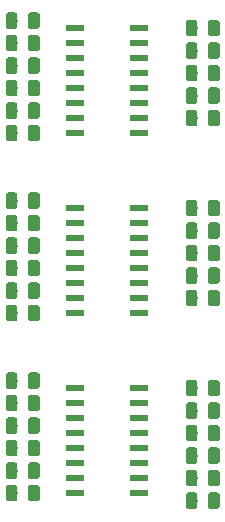
<source format=gtp>
G04 #@! TF.GenerationSoftware,KiCad,Pcbnew,(5.0.2)-1*
G04 #@! TF.CreationDate,2018-12-27T22:24:39-05:00*
G04 #@! TF.ProjectId,WarthoggitClone_4Layer,57617274-686f-4676-9769-74436c6f6e65,rev?*
G04 #@! TF.SameCoordinates,Original*
G04 #@! TF.FileFunction,Paste,Top*
G04 #@! TF.FilePolarity,Positive*
%FSLAX46Y46*%
G04 Gerber Fmt 4.6, Leading zero omitted, Abs format (unit mm)*
G04 Created by KiCad (PCBNEW (5.0.2)-1) date 12/27/2018 10:24:39 PM*
%MOMM*%
%LPD*%
G01*
G04 APERTURE LIST*
%ADD10C,0.100000*%
%ADD11C,0.975000*%
%ADD12R,1.500000X0.600000*%
G04 APERTURE END LIST*
D10*
G04 #@! TO.C,C1*
G36*
X122520142Y-71691174D02*
X122543803Y-71694684D01*
X122567007Y-71700496D01*
X122589529Y-71708554D01*
X122611153Y-71718782D01*
X122631670Y-71731079D01*
X122650883Y-71745329D01*
X122668607Y-71761393D01*
X122684671Y-71779117D01*
X122698921Y-71798330D01*
X122711218Y-71818847D01*
X122721446Y-71840471D01*
X122729504Y-71862993D01*
X122735316Y-71886197D01*
X122738826Y-71909858D01*
X122740000Y-71933750D01*
X122740000Y-72846250D01*
X122738826Y-72870142D01*
X122735316Y-72893803D01*
X122729504Y-72917007D01*
X122721446Y-72939529D01*
X122711218Y-72961153D01*
X122698921Y-72981670D01*
X122684671Y-73000883D01*
X122668607Y-73018607D01*
X122650883Y-73034671D01*
X122631670Y-73048921D01*
X122611153Y-73061218D01*
X122589529Y-73071446D01*
X122567007Y-73079504D01*
X122543803Y-73085316D01*
X122520142Y-73088826D01*
X122496250Y-73090000D01*
X122008750Y-73090000D01*
X121984858Y-73088826D01*
X121961197Y-73085316D01*
X121937993Y-73079504D01*
X121915471Y-73071446D01*
X121893847Y-73061218D01*
X121873330Y-73048921D01*
X121854117Y-73034671D01*
X121836393Y-73018607D01*
X121820329Y-73000883D01*
X121806079Y-72981670D01*
X121793782Y-72961153D01*
X121783554Y-72939529D01*
X121775496Y-72917007D01*
X121769684Y-72893803D01*
X121766174Y-72870142D01*
X121765000Y-72846250D01*
X121765000Y-71933750D01*
X121766174Y-71909858D01*
X121769684Y-71886197D01*
X121775496Y-71862993D01*
X121783554Y-71840471D01*
X121793782Y-71818847D01*
X121806079Y-71798330D01*
X121820329Y-71779117D01*
X121836393Y-71761393D01*
X121854117Y-71745329D01*
X121873330Y-71731079D01*
X121893847Y-71718782D01*
X121915471Y-71708554D01*
X121937993Y-71700496D01*
X121961197Y-71694684D01*
X121984858Y-71691174D01*
X122008750Y-71690000D01*
X122496250Y-71690000D01*
X122520142Y-71691174D01*
X122520142Y-71691174D01*
G37*
D11*
X122252500Y-72390000D03*
D10*
G36*
X124395142Y-71691174D02*
X124418803Y-71694684D01*
X124442007Y-71700496D01*
X124464529Y-71708554D01*
X124486153Y-71718782D01*
X124506670Y-71731079D01*
X124525883Y-71745329D01*
X124543607Y-71761393D01*
X124559671Y-71779117D01*
X124573921Y-71798330D01*
X124586218Y-71818847D01*
X124596446Y-71840471D01*
X124604504Y-71862993D01*
X124610316Y-71886197D01*
X124613826Y-71909858D01*
X124615000Y-71933750D01*
X124615000Y-72846250D01*
X124613826Y-72870142D01*
X124610316Y-72893803D01*
X124604504Y-72917007D01*
X124596446Y-72939529D01*
X124586218Y-72961153D01*
X124573921Y-72981670D01*
X124559671Y-73000883D01*
X124543607Y-73018607D01*
X124525883Y-73034671D01*
X124506670Y-73048921D01*
X124486153Y-73061218D01*
X124464529Y-73071446D01*
X124442007Y-73079504D01*
X124418803Y-73085316D01*
X124395142Y-73088826D01*
X124371250Y-73090000D01*
X123883750Y-73090000D01*
X123859858Y-73088826D01*
X123836197Y-73085316D01*
X123812993Y-73079504D01*
X123790471Y-73071446D01*
X123768847Y-73061218D01*
X123748330Y-73048921D01*
X123729117Y-73034671D01*
X123711393Y-73018607D01*
X123695329Y-73000883D01*
X123681079Y-72981670D01*
X123668782Y-72961153D01*
X123658554Y-72939529D01*
X123650496Y-72917007D01*
X123644684Y-72893803D01*
X123641174Y-72870142D01*
X123640000Y-72846250D01*
X123640000Y-71933750D01*
X123641174Y-71909858D01*
X123644684Y-71886197D01*
X123650496Y-71862993D01*
X123658554Y-71840471D01*
X123668782Y-71818847D01*
X123681079Y-71798330D01*
X123695329Y-71779117D01*
X123711393Y-71761393D01*
X123729117Y-71745329D01*
X123748330Y-71731079D01*
X123768847Y-71718782D01*
X123790471Y-71708554D01*
X123812993Y-71700496D01*
X123836197Y-71694684D01*
X123859858Y-71691174D01*
X123883750Y-71690000D01*
X124371250Y-71690000D01*
X124395142Y-71691174D01*
X124395142Y-71691174D01*
G37*
D11*
X124127500Y-72390000D03*
G04 #@! TD*
D10*
G04 #@! TO.C,C2*
G36*
X122520142Y-56451174D02*
X122543803Y-56454684D01*
X122567007Y-56460496D01*
X122589529Y-56468554D01*
X122611153Y-56478782D01*
X122631670Y-56491079D01*
X122650883Y-56505329D01*
X122668607Y-56521393D01*
X122684671Y-56539117D01*
X122698921Y-56558330D01*
X122711218Y-56578847D01*
X122721446Y-56600471D01*
X122729504Y-56622993D01*
X122735316Y-56646197D01*
X122738826Y-56669858D01*
X122740000Y-56693750D01*
X122740000Y-57606250D01*
X122738826Y-57630142D01*
X122735316Y-57653803D01*
X122729504Y-57677007D01*
X122721446Y-57699529D01*
X122711218Y-57721153D01*
X122698921Y-57741670D01*
X122684671Y-57760883D01*
X122668607Y-57778607D01*
X122650883Y-57794671D01*
X122631670Y-57808921D01*
X122611153Y-57821218D01*
X122589529Y-57831446D01*
X122567007Y-57839504D01*
X122543803Y-57845316D01*
X122520142Y-57848826D01*
X122496250Y-57850000D01*
X122008750Y-57850000D01*
X121984858Y-57848826D01*
X121961197Y-57845316D01*
X121937993Y-57839504D01*
X121915471Y-57831446D01*
X121893847Y-57821218D01*
X121873330Y-57808921D01*
X121854117Y-57794671D01*
X121836393Y-57778607D01*
X121820329Y-57760883D01*
X121806079Y-57741670D01*
X121793782Y-57721153D01*
X121783554Y-57699529D01*
X121775496Y-57677007D01*
X121769684Y-57653803D01*
X121766174Y-57630142D01*
X121765000Y-57606250D01*
X121765000Y-56693750D01*
X121766174Y-56669858D01*
X121769684Y-56646197D01*
X121775496Y-56622993D01*
X121783554Y-56600471D01*
X121793782Y-56578847D01*
X121806079Y-56558330D01*
X121820329Y-56539117D01*
X121836393Y-56521393D01*
X121854117Y-56505329D01*
X121873330Y-56491079D01*
X121893847Y-56478782D01*
X121915471Y-56468554D01*
X121937993Y-56460496D01*
X121961197Y-56454684D01*
X121984858Y-56451174D01*
X122008750Y-56450000D01*
X122496250Y-56450000D01*
X122520142Y-56451174D01*
X122520142Y-56451174D01*
G37*
D11*
X122252500Y-57150000D03*
D10*
G36*
X124395142Y-56451174D02*
X124418803Y-56454684D01*
X124442007Y-56460496D01*
X124464529Y-56468554D01*
X124486153Y-56478782D01*
X124506670Y-56491079D01*
X124525883Y-56505329D01*
X124543607Y-56521393D01*
X124559671Y-56539117D01*
X124573921Y-56558330D01*
X124586218Y-56578847D01*
X124596446Y-56600471D01*
X124604504Y-56622993D01*
X124610316Y-56646197D01*
X124613826Y-56669858D01*
X124615000Y-56693750D01*
X124615000Y-57606250D01*
X124613826Y-57630142D01*
X124610316Y-57653803D01*
X124604504Y-57677007D01*
X124596446Y-57699529D01*
X124586218Y-57721153D01*
X124573921Y-57741670D01*
X124559671Y-57760883D01*
X124543607Y-57778607D01*
X124525883Y-57794671D01*
X124506670Y-57808921D01*
X124486153Y-57821218D01*
X124464529Y-57831446D01*
X124442007Y-57839504D01*
X124418803Y-57845316D01*
X124395142Y-57848826D01*
X124371250Y-57850000D01*
X123883750Y-57850000D01*
X123859858Y-57848826D01*
X123836197Y-57845316D01*
X123812993Y-57839504D01*
X123790471Y-57831446D01*
X123768847Y-57821218D01*
X123748330Y-57808921D01*
X123729117Y-57794671D01*
X123711393Y-57778607D01*
X123695329Y-57760883D01*
X123681079Y-57741670D01*
X123668782Y-57721153D01*
X123658554Y-57699529D01*
X123650496Y-57677007D01*
X123644684Y-57653803D01*
X123641174Y-57630142D01*
X123640000Y-57606250D01*
X123640000Y-56693750D01*
X123641174Y-56669858D01*
X123644684Y-56646197D01*
X123650496Y-56622993D01*
X123658554Y-56600471D01*
X123668782Y-56578847D01*
X123681079Y-56558330D01*
X123695329Y-56539117D01*
X123711393Y-56521393D01*
X123729117Y-56505329D01*
X123748330Y-56491079D01*
X123768847Y-56478782D01*
X123790471Y-56468554D01*
X123812993Y-56460496D01*
X123836197Y-56454684D01*
X123859858Y-56451174D01*
X123883750Y-56450000D01*
X124371250Y-56450000D01*
X124395142Y-56451174D01*
X124395142Y-56451174D01*
G37*
D11*
X124127500Y-57150000D03*
G04 #@! TD*
D10*
G04 #@! TO.C,C3*
G36*
X124395142Y-41211174D02*
X124418803Y-41214684D01*
X124442007Y-41220496D01*
X124464529Y-41228554D01*
X124486153Y-41238782D01*
X124506670Y-41251079D01*
X124525883Y-41265329D01*
X124543607Y-41281393D01*
X124559671Y-41299117D01*
X124573921Y-41318330D01*
X124586218Y-41338847D01*
X124596446Y-41360471D01*
X124604504Y-41382993D01*
X124610316Y-41406197D01*
X124613826Y-41429858D01*
X124615000Y-41453750D01*
X124615000Y-42366250D01*
X124613826Y-42390142D01*
X124610316Y-42413803D01*
X124604504Y-42437007D01*
X124596446Y-42459529D01*
X124586218Y-42481153D01*
X124573921Y-42501670D01*
X124559671Y-42520883D01*
X124543607Y-42538607D01*
X124525883Y-42554671D01*
X124506670Y-42568921D01*
X124486153Y-42581218D01*
X124464529Y-42591446D01*
X124442007Y-42599504D01*
X124418803Y-42605316D01*
X124395142Y-42608826D01*
X124371250Y-42610000D01*
X123883750Y-42610000D01*
X123859858Y-42608826D01*
X123836197Y-42605316D01*
X123812993Y-42599504D01*
X123790471Y-42591446D01*
X123768847Y-42581218D01*
X123748330Y-42568921D01*
X123729117Y-42554671D01*
X123711393Y-42538607D01*
X123695329Y-42520883D01*
X123681079Y-42501670D01*
X123668782Y-42481153D01*
X123658554Y-42459529D01*
X123650496Y-42437007D01*
X123644684Y-42413803D01*
X123641174Y-42390142D01*
X123640000Y-42366250D01*
X123640000Y-41453750D01*
X123641174Y-41429858D01*
X123644684Y-41406197D01*
X123650496Y-41382993D01*
X123658554Y-41360471D01*
X123668782Y-41338847D01*
X123681079Y-41318330D01*
X123695329Y-41299117D01*
X123711393Y-41281393D01*
X123729117Y-41265329D01*
X123748330Y-41251079D01*
X123768847Y-41238782D01*
X123790471Y-41228554D01*
X123812993Y-41220496D01*
X123836197Y-41214684D01*
X123859858Y-41211174D01*
X123883750Y-41210000D01*
X124371250Y-41210000D01*
X124395142Y-41211174D01*
X124395142Y-41211174D01*
G37*
D11*
X124127500Y-41910000D03*
D10*
G36*
X122520142Y-41211174D02*
X122543803Y-41214684D01*
X122567007Y-41220496D01*
X122589529Y-41228554D01*
X122611153Y-41238782D01*
X122631670Y-41251079D01*
X122650883Y-41265329D01*
X122668607Y-41281393D01*
X122684671Y-41299117D01*
X122698921Y-41318330D01*
X122711218Y-41338847D01*
X122721446Y-41360471D01*
X122729504Y-41382993D01*
X122735316Y-41406197D01*
X122738826Y-41429858D01*
X122740000Y-41453750D01*
X122740000Y-42366250D01*
X122738826Y-42390142D01*
X122735316Y-42413803D01*
X122729504Y-42437007D01*
X122721446Y-42459529D01*
X122711218Y-42481153D01*
X122698921Y-42501670D01*
X122684671Y-42520883D01*
X122668607Y-42538607D01*
X122650883Y-42554671D01*
X122631670Y-42568921D01*
X122611153Y-42581218D01*
X122589529Y-42591446D01*
X122567007Y-42599504D01*
X122543803Y-42605316D01*
X122520142Y-42608826D01*
X122496250Y-42610000D01*
X122008750Y-42610000D01*
X121984858Y-42608826D01*
X121961197Y-42605316D01*
X121937993Y-42599504D01*
X121915471Y-42591446D01*
X121893847Y-42581218D01*
X121873330Y-42568921D01*
X121854117Y-42554671D01*
X121836393Y-42538607D01*
X121820329Y-42520883D01*
X121806079Y-42501670D01*
X121793782Y-42481153D01*
X121783554Y-42459529D01*
X121775496Y-42437007D01*
X121769684Y-42413803D01*
X121766174Y-42390142D01*
X121765000Y-42366250D01*
X121765000Y-41453750D01*
X121766174Y-41429858D01*
X121769684Y-41406197D01*
X121775496Y-41382993D01*
X121783554Y-41360471D01*
X121793782Y-41338847D01*
X121806079Y-41318330D01*
X121820329Y-41299117D01*
X121836393Y-41281393D01*
X121854117Y-41265329D01*
X121873330Y-41251079D01*
X121893847Y-41238782D01*
X121915471Y-41228554D01*
X121937993Y-41220496D01*
X121961197Y-41214684D01*
X121984858Y-41211174D01*
X122008750Y-41210000D01*
X122496250Y-41210000D01*
X122520142Y-41211174D01*
X122520142Y-41211174D01*
G37*
D11*
X122252500Y-41910000D03*
G04 #@! TD*
D10*
G04 #@! TO.C,R1*
G36*
X122520142Y-81216174D02*
X122543803Y-81219684D01*
X122567007Y-81225496D01*
X122589529Y-81233554D01*
X122611153Y-81243782D01*
X122631670Y-81256079D01*
X122650883Y-81270329D01*
X122668607Y-81286393D01*
X122684671Y-81304117D01*
X122698921Y-81323330D01*
X122711218Y-81343847D01*
X122721446Y-81365471D01*
X122729504Y-81387993D01*
X122735316Y-81411197D01*
X122738826Y-81434858D01*
X122740000Y-81458750D01*
X122740000Y-82371250D01*
X122738826Y-82395142D01*
X122735316Y-82418803D01*
X122729504Y-82442007D01*
X122721446Y-82464529D01*
X122711218Y-82486153D01*
X122698921Y-82506670D01*
X122684671Y-82525883D01*
X122668607Y-82543607D01*
X122650883Y-82559671D01*
X122631670Y-82573921D01*
X122611153Y-82586218D01*
X122589529Y-82596446D01*
X122567007Y-82604504D01*
X122543803Y-82610316D01*
X122520142Y-82613826D01*
X122496250Y-82615000D01*
X122008750Y-82615000D01*
X121984858Y-82613826D01*
X121961197Y-82610316D01*
X121937993Y-82604504D01*
X121915471Y-82596446D01*
X121893847Y-82586218D01*
X121873330Y-82573921D01*
X121854117Y-82559671D01*
X121836393Y-82543607D01*
X121820329Y-82525883D01*
X121806079Y-82506670D01*
X121793782Y-82486153D01*
X121783554Y-82464529D01*
X121775496Y-82442007D01*
X121769684Y-82418803D01*
X121766174Y-82395142D01*
X121765000Y-82371250D01*
X121765000Y-81458750D01*
X121766174Y-81434858D01*
X121769684Y-81411197D01*
X121775496Y-81387993D01*
X121783554Y-81365471D01*
X121793782Y-81343847D01*
X121806079Y-81323330D01*
X121820329Y-81304117D01*
X121836393Y-81286393D01*
X121854117Y-81270329D01*
X121873330Y-81256079D01*
X121893847Y-81243782D01*
X121915471Y-81233554D01*
X121937993Y-81225496D01*
X121961197Y-81219684D01*
X121984858Y-81216174D01*
X122008750Y-81215000D01*
X122496250Y-81215000D01*
X122520142Y-81216174D01*
X122520142Y-81216174D01*
G37*
D11*
X122252500Y-81915000D03*
D10*
G36*
X124395142Y-81216174D02*
X124418803Y-81219684D01*
X124442007Y-81225496D01*
X124464529Y-81233554D01*
X124486153Y-81243782D01*
X124506670Y-81256079D01*
X124525883Y-81270329D01*
X124543607Y-81286393D01*
X124559671Y-81304117D01*
X124573921Y-81323330D01*
X124586218Y-81343847D01*
X124596446Y-81365471D01*
X124604504Y-81387993D01*
X124610316Y-81411197D01*
X124613826Y-81434858D01*
X124615000Y-81458750D01*
X124615000Y-82371250D01*
X124613826Y-82395142D01*
X124610316Y-82418803D01*
X124604504Y-82442007D01*
X124596446Y-82464529D01*
X124586218Y-82486153D01*
X124573921Y-82506670D01*
X124559671Y-82525883D01*
X124543607Y-82543607D01*
X124525883Y-82559671D01*
X124506670Y-82573921D01*
X124486153Y-82586218D01*
X124464529Y-82596446D01*
X124442007Y-82604504D01*
X124418803Y-82610316D01*
X124395142Y-82613826D01*
X124371250Y-82615000D01*
X123883750Y-82615000D01*
X123859858Y-82613826D01*
X123836197Y-82610316D01*
X123812993Y-82604504D01*
X123790471Y-82596446D01*
X123768847Y-82586218D01*
X123748330Y-82573921D01*
X123729117Y-82559671D01*
X123711393Y-82543607D01*
X123695329Y-82525883D01*
X123681079Y-82506670D01*
X123668782Y-82486153D01*
X123658554Y-82464529D01*
X123650496Y-82442007D01*
X123644684Y-82418803D01*
X123641174Y-82395142D01*
X123640000Y-82371250D01*
X123640000Y-81458750D01*
X123641174Y-81434858D01*
X123644684Y-81411197D01*
X123650496Y-81387993D01*
X123658554Y-81365471D01*
X123668782Y-81343847D01*
X123681079Y-81323330D01*
X123695329Y-81304117D01*
X123711393Y-81286393D01*
X123729117Y-81270329D01*
X123748330Y-81256079D01*
X123768847Y-81243782D01*
X123790471Y-81233554D01*
X123812993Y-81225496D01*
X123836197Y-81219684D01*
X123859858Y-81216174D01*
X123883750Y-81215000D01*
X124371250Y-81215000D01*
X124395142Y-81216174D01*
X124395142Y-81216174D01*
G37*
D11*
X124127500Y-81915000D03*
G04 #@! TD*
D10*
G04 #@! TO.C,R2*
G36*
X109155142Y-80581174D02*
X109178803Y-80584684D01*
X109202007Y-80590496D01*
X109224529Y-80598554D01*
X109246153Y-80608782D01*
X109266670Y-80621079D01*
X109285883Y-80635329D01*
X109303607Y-80651393D01*
X109319671Y-80669117D01*
X109333921Y-80688330D01*
X109346218Y-80708847D01*
X109356446Y-80730471D01*
X109364504Y-80752993D01*
X109370316Y-80776197D01*
X109373826Y-80799858D01*
X109375000Y-80823750D01*
X109375000Y-81736250D01*
X109373826Y-81760142D01*
X109370316Y-81783803D01*
X109364504Y-81807007D01*
X109356446Y-81829529D01*
X109346218Y-81851153D01*
X109333921Y-81871670D01*
X109319671Y-81890883D01*
X109303607Y-81908607D01*
X109285883Y-81924671D01*
X109266670Y-81938921D01*
X109246153Y-81951218D01*
X109224529Y-81961446D01*
X109202007Y-81969504D01*
X109178803Y-81975316D01*
X109155142Y-81978826D01*
X109131250Y-81980000D01*
X108643750Y-81980000D01*
X108619858Y-81978826D01*
X108596197Y-81975316D01*
X108572993Y-81969504D01*
X108550471Y-81961446D01*
X108528847Y-81951218D01*
X108508330Y-81938921D01*
X108489117Y-81924671D01*
X108471393Y-81908607D01*
X108455329Y-81890883D01*
X108441079Y-81871670D01*
X108428782Y-81851153D01*
X108418554Y-81829529D01*
X108410496Y-81807007D01*
X108404684Y-81783803D01*
X108401174Y-81760142D01*
X108400000Y-81736250D01*
X108400000Y-80823750D01*
X108401174Y-80799858D01*
X108404684Y-80776197D01*
X108410496Y-80752993D01*
X108418554Y-80730471D01*
X108428782Y-80708847D01*
X108441079Y-80688330D01*
X108455329Y-80669117D01*
X108471393Y-80651393D01*
X108489117Y-80635329D01*
X108508330Y-80621079D01*
X108528847Y-80608782D01*
X108550471Y-80598554D01*
X108572993Y-80590496D01*
X108596197Y-80584684D01*
X108619858Y-80581174D01*
X108643750Y-80580000D01*
X109131250Y-80580000D01*
X109155142Y-80581174D01*
X109155142Y-80581174D01*
G37*
D11*
X108887500Y-81280000D03*
D10*
G36*
X107280142Y-80581174D02*
X107303803Y-80584684D01*
X107327007Y-80590496D01*
X107349529Y-80598554D01*
X107371153Y-80608782D01*
X107391670Y-80621079D01*
X107410883Y-80635329D01*
X107428607Y-80651393D01*
X107444671Y-80669117D01*
X107458921Y-80688330D01*
X107471218Y-80708847D01*
X107481446Y-80730471D01*
X107489504Y-80752993D01*
X107495316Y-80776197D01*
X107498826Y-80799858D01*
X107500000Y-80823750D01*
X107500000Y-81736250D01*
X107498826Y-81760142D01*
X107495316Y-81783803D01*
X107489504Y-81807007D01*
X107481446Y-81829529D01*
X107471218Y-81851153D01*
X107458921Y-81871670D01*
X107444671Y-81890883D01*
X107428607Y-81908607D01*
X107410883Y-81924671D01*
X107391670Y-81938921D01*
X107371153Y-81951218D01*
X107349529Y-81961446D01*
X107327007Y-81969504D01*
X107303803Y-81975316D01*
X107280142Y-81978826D01*
X107256250Y-81980000D01*
X106768750Y-81980000D01*
X106744858Y-81978826D01*
X106721197Y-81975316D01*
X106697993Y-81969504D01*
X106675471Y-81961446D01*
X106653847Y-81951218D01*
X106633330Y-81938921D01*
X106614117Y-81924671D01*
X106596393Y-81908607D01*
X106580329Y-81890883D01*
X106566079Y-81871670D01*
X106553782Y-81851153D01*
X106543554Y-81829529D01*
X106535496Y-81807007D01*
X106529684Y-81783803D01*
X106526174Y-81760142D01*
X106525000Y-81736250D01*
X106525000Y-80823750D01*
X106526174Y-80799858D01*
X106529684Y-80776197D01*
X106535496Y-80752993D01*
X106543554Y-80730471D01*
X106553782Y-80708847D01*
X106566079Y-80688330D01*
X106580329Y-80669117D01*
X106596393Y-80651393D01*
X106614117Y-80635329D01*
X106633330Y-80621079D01*
X106653847Y-80608782D01*
X106675471Y-80598554D01*
X106697993Y-80590496D01*
X106721197Y-80584684D01*
X106744858Y-80581174D01*
X106768750Y-80580000D01*
X107256250Y-80580000D01*
X107280142Y-80581174D01*
X107280142Y-80581174D01*
G37*
D11*
X107012500Y-81280000D03*
G04 #@! TD*
D10*
G04 #@! TO.C,R3*
G36*
X107280142Y-78676174D02*
X107303803Y-78679684D01*
X107327007Y-78685496D01*
X107349529Y-78693554D01*
X107371153Y-78703782D01*
X107391670Y-78716079D01*
X107410883Y-78730329D01*
X107428607Y-78746393D01*
X107444671Y-78764117D01*
X107458921Y-78783330D01*
X107471218Y-78803847D01*
X107481446Y-78825471D01*
X107489504Y-78847993D01*
X107495316Y-78871197D01*
X107498826Y-78894858D01*
X107500000Y-78918750D01*
X107500000Y-79831250D01*
X107498826Y-79855142D01*
X107495316Y-79878803D01*
X107489504Y-79902007D01*
X107481446Y-79924529D01*
X107471218Y-79946153D01*
X107458921Y-79966670D01*
X107444671Y-79985883D01*
X107428607Y-80003607D01*
X107410883Y-80019671D01*
X107391670Y-80033921D01*
X107371153Y-80046218D01*
X107349529Y-80056446D01*
X107327007Y-80064504D01*
X107303803Y-80070316D01*
X107280142Y-80073826D01*
X107256250Y-80075000D01*
X106768750Y-80075000D01*
X106744858Y-80073826D01*
X106721197Y-80070316D01*
X106697993Y-80064504D01*
X106675471Y-80056446D01*
X106653847Y-80046218D01*
X106633330Y-80033921D01*
X106614117Y-80019671D01*
X106596393Y-80003607D01*
X106580329Y-79985883D01*
X106566079Y-79966670D01*
X106553782Y-79946153D01*
X106543554Y-79924529D01*
X106535496Y-79902007D01*
X106529684Y-79878803D01*
X106526174Y-79855142D01*
X106525000Y-79831250D01*
X106525000Y-78918750D01*
X106526174Y-78894858D01*
X106529684Y-78871197D01*
X106535496Y-78847993D01*
X106543554Y-78825471D01*
X106553782Y-78803847D01*
X106566079Y-78783330D01*
X106580329Y-78764117D01*
X106596393Y-78746393D01*
X106614117Y-78730329D01*
X106633330Y-78716079D01*
X106653847Y-78703782D01*
X106675471Y-78693554D01*
X106697993Y-78685496D01*
X106721197Y-78679684D01*
X106744858Y-78676174D01*
X106768750Y-78675000D01*
X107256250Y-78675000D01*
X107280142Y-78676174D01*
X107280142Y-78676174D01*
G37*
D11*
X107012500Y-79375000D03*
D10*
G36*
X109155142Y-78676174D02*
X109178803Y-78679684D01*
X109202007Y-78685496D01*
X109224529Y-78693554D01*
X109246153Y-78703782D01*
X109266670Y-78716079D01*
X109285883Y-78730329D01*
X109303607Y-78746393D01*
X109319671Y-78764117D01*
X109333921Y-78783330D01*
X109346218Y-78803847D01*
X109356446Y-78825471D01*
X109364504Y-78847993D01*
X109370316Y-78871197D01*
X109373826Y-78894858D01*
X109375000Y-78918750D01*
X109375000Y-79831250D01*
X109373826Y-79855142D01*
X109370316Y-79878803D01*
X109364504Y-79902007D01*
X109356446Y-79924529D01*
X109346218Y-79946153D01*
X109333921Y-79966670D01*
X109319671Y-79985883D01*
X109303607Y-80003607D01*
X109285883Y-80019671D01*
X109266670Y-80033921D01*
X109246153Y-80046218D01*
X109224529Y-80056446D01*
X109202007Y-80064504D01*
X109178803Y-80070316D01*
X109155142Y-80073826D01*
X109131250Y-80075000D01*
X108643750Y-80075000D01*
X108619858Y-80073826D01*
X108596197Y-80070316D01*
X108572993Y-80064504D01*
X108550471Y-80056446D01*
X108528847Y-80046218D01*
X108508330Y-80033921D01*
X108489117Y-80019671D01*
X108471393Y-80003607D01*
X108455329Y-79985883D01*
X108441079Y-79966670D01*
X108428782Y-79946153D01*
X108418554Y-79924529D01*
X108410496Y-79902007D01*
X108404684Y-79878803D01*
X108401174Y-79855142D01*
X108400000Y-79831250D01*
X108400000Y-78918750D01*
X108401174Y-78894858D01*
X108404684Y-78871197D01*
X108410496Y-78847993D01*
X108418554Y-78825471D01*
X108428782Y-78803847D01*
X108441079Y-78783330D01*
X108455329Y-78764117D01*
X108471393Y-78746393D01*
X108489117Y-78730329D01*
X108508330Y-78716079D01*
X108528847Y-78703782D01*
X108550471Y-78693554D01*
X108572993Y-78685496D01*
X108596197Y-78679684D01*
X108619858Y-78676174D01*
X108643750Y-78675000D01*
X109131250Y-78675000D01*
X109155142Y-78676174D01*
X109155142Y-78676174D01*
G37*
D11*
X108887500Y-79375000D03*
G04 #@! TD*
D10*
G04 #@! TO.C,R4*
G36*
X109155142Y-76771174D02*
X109178803Y-76774684D01*
X109202007Y-76780496D01*
X109224529Y-76788554D01*
X109246153Y-76798782D01*
X109266670Y-76811079D01*
X109285883Y-76825329D01*
X109303607Y-76841393D01*
X109319671Y-76859117D01*
X109333921Y-76878330D01*
X109346218Y-76898847D01*
X109356446Y-76920471D01*
X109364504Y-76942993D01*
X109370316Y-76966197D01*
X109373826Y-76989858D01*
X109375000Y-77013750D01*
X109375000Y-77926250D01*
X109373826Y-77950142D01*
X109370316Y-77973803D01*
X109364504Y-77997007D01*
X109356446Y-78019529D01*
X109346218Y-78041153D01*
X109333921Y-78061670D01*
X109319671Y-78080883D01*
X109303607Y-78098607D01*
X109285883Y-78114671D01*
X109266670Y-78128921D01*
X109246153Y-78141218D01*
X109224529Y-78151446D01*
X109202007Y-78159504D01*
X109178803Y-78165316D01*
X109155142Y-78168826D01*
X109131250Y-78170000D01*
X108643750Y-78170000D01*
X108619858Y-78168826D01*
X108596197Y-78165316D01*
X108572993Y-78159504D01*
X108550471Y-78151446D01*
X108528847Y-78141218D01*
X108508330Y-78128921D01*
X108489117Y-78114671D01*
X108471393Y-78098607D01*
X108455329Y-78080883D01*
X108441079Y-78061670D01*
X108428782Y-78041153D01*
X108418554Y-78019529D01*
X108410496Y-77997007D01*
X108404684Y-77973803D01*
X108401174Y-77950142D01*
X108400000Y-77926250D01*
X108400000Y-77013750D01*
X108401174Y-76989858D01*
X108404684Y-76966197D01*
X108410496Y-76942993D01*
X108418554Y-76920471D01*
X108428782Y-76898847D01*
X108441079Y-76878330D01*
X108455329Y-76859117D01*
X108471393Y-76841393D01*
X108489117Y-76825329D01*
X108508330Y-76811079D01*
X108528847Y-76798782D01*
X108550471Y-76788554D01*
X108572993Y-76780496D01*
X108596197Y-76774684D01*
X108619858Y-76771174D01*
X108643750Y-76770000D01*
X109131250Y-76770000D01*
X109155142Y-76771174D01*
X109155142Y-76771174D01*
G37*
D11*
X108887500Y-77470000D03*
D10*
G36*
X107280142Y-76771174D02*
X107303803Y-76774684D01*
X107327007Y-76780496D01*
X107349529Y-76788554D01*
X107371153Y-76798782D01*
X107391670Y-76811079D01*
X107410883Y-76825329D01*
X107428607Y-76841393D01*
X107444671Y-76859117D01*
X107458921Y-76878330D01*
X107471218Y-76898847D01*
X107481446Y-76920471D01*
X107489504Y-76942993D01*
X107495316Y-76966197D01*
X107498826Y-76989858D01*
X107500000Y-77013750D01*
X107500000Y-77926250D01*
X107498826Y-77950142D01*
X107495316Y-77973803D01*
X107489504Y-77997007D01*
X107481446Y-78019529D01*
X107471218Y-78041153D01*
X107458921Y-78061670D01*
X107444671Y-78080883D01*
X107428607Y-78098607D01*
X107410883Y-78114671D01*
X107391670Y-78128921D01*
X107371153Y-78141218D01*
X107349529Y-78151446D01*
X107327007Y-78159504D01*
X107303803Y-78165316D01*
X107280142Y-78168826D01*
X107256250Y-78170000D01*
X106768750Y-78170000D01*
X106744858Y-78168826D01*
X106721197Y-78165316D01*
X106697993Y-78159504D01*
X106675471Y-78151446D01*
X106653847Y-78141218D01*
X106633330Y-78128921D01*
X106614117Y-78114671D01*
X106596393Y-78098607D01*
X106580329Y-78080883D01*
X106566079Y-78061670D01*
X106553782Y-78041153D01*
X106543554Y-78019529D01*
X106535496Y-77997007D01*
X106529684Y-77973803D01*
X106526174Y-77950142D01*
X106525000Y-77926250D01*
X106525000Y-77013750D01*
X106526174Y-76989858D01*
X106529684Y-76966197D01*
X106535496Y-76942993D01*
X106543554Y-76920471D01*
X106553782Y-76898847D01*
X106566079Y-76878330D01*
X106580329Y-76859117D01*
X106596393Y-76841393D01*
X106614117Y-76825329D01*
X106633330Y-76811079D01*
X106653847Y-76798782D01*
X106675471Y-76788554D01*
X106697993Y-76780496D01*
X106721197Y-76774684D01*
X106744858Y-76771174D01*
X106768750Y-76770000D01*
X107256250Y-76770000D01*
X107280142Y-76771174D01*
X107280142Y-76771174D01*
G37*
D11*
X107012500Y-77470000D03*
G04 #@! TD*
D10*
G04 #@! TO.C,R5*
G36*
X107280142Y-74866174D02*
X107303803Y-74869684D01*
X107327007Y-74875496D01*
X107349529Y-74883554D01*
X107371153Y-74893782D01*
X107391670Y-74906079D01*
X107410883Y-74920329D01*
X107428607Y-74936393D01*
X107444671Y-74954117D01*
X107458921Y-74973330D01*
X107471218Y-74993847D01*
X107481446Y-75015471D01*
X107489504Y-75037993D01*
X107495316Y-75061197D01*
X107498826Y-75084858D01*
X107500000Y-75108750D01*
X107500000Y-76021250D01*
X107498826Y-76045142D01*
X107495316Y-76068803D01*
X107489504Y-76092007D01*
X107481446Y-76114529D01*
X107471218Y-76136153D01*
X107458921Y-76156670D01*
X107444671Y-76175883D01*
X107428607Y-76193607D01*
X107410883Y-76209671D01*
X107391670Y-76223921D01*
X107371153Y-76236218D01*
X107349529Y-76246446D01*
X107327007Y-76254504D01*
X107303803Y-76260316D01*
X107280142Y-76263826D01*
X107256250Y-76265000D01*
X106768750Y-76265000D01*
X106744858Y-76263826D01*
X106721197Y-76260316D01*
X106697993Y-76254504D01*
X106675471Y-76246446D01*
X106653847Y-76236218D01*
X106633330Y-76223921D01*
X106614117Y-76209671D01*
X106596393Y-76193607D01*
X106580329Y-76175883D01*
X106566079Y-76156670D01*
X106553782Y-76136153D01*
X106543554Y-76114529D01*
X106535496Y-76092007D01*
X106529684Y-76068803D01*
X106526174Y-76045142D01*
X106525000Y-76021250D01*
X106525000Y-75108750D01*
X106526174Y-75084858D01*
X106529684Y-75061197D01*
X106535496Y-75037993D01*
X106543554Y-75015471D01*
X106553782Y-74993847D01*
X106566079Y-74973330D01*
X106580329Y-74954117D01*
X106596393Y-74936393D01*
X106614117Y-74920329D01*
X106633330Y-74906079D01*
X106653847Y-74893782D01*
X106675471Y-74883554D01*
X106697993Y-74875496D01*
X106721197Y-74869684D01*
X106744858Y-74866174D01*
X106768750Y-74865000D01*
X107256250Y-74865000D01*
X107280142Y-74866174D01*
X107280142Y-74866174D01*
G37*
D11*
X107012500Y-75565000D03*
D10*
G36*
X109155142Y-74866174D02*
X109178803Y-74869684D01*
X109202007Y-74875496D01*
X109224529Y-74883554D01*
X109246153Y-74893782D01*
X109266670Y-74906079D01*
X109285883Y-74920329D01*
X109303607Y-74936393D01*
X109319671Y-74954117D01*
X109333921Y-74973330D01*
X109346218Y-74993847D01*
X109356446Y-75015471D01*
X109364504Y-75037993D01*
X109370316Y-75061197D01*
X109373826Y-75084858D01*
X109375000Y-75108750D01*
X109375000Y-76021250D01*
X109373826Y-76045142D01*
X109370316Y-76068803D01*
X109364504Y-76092007D01*
X109356446Y-76114529D01*
X109346218Y-76136153D01*
X109333921Y-76156670D01*
X109319671Y-76175883D01*
X109303607Y-76193607D01*
X109285883Y-76209671D01*
X109266670Y-76223921D01*
X109246153Y-76236218D01*
X109224529Y-76246446D01*
X109202007Y-76254504D01*
X109178803Y-76260316D01*
X109155142Y-76263826D01*
X109131250Y-76265000D01*
X108643750Y-76265000D01*
X108619858Y-76263826D01*
X108596197Y-76260316D01*
X108572993Y-76254504D01*
X108550471Y-76246446D01*
X108528847Y-76236218D01*
X108508330Y-76223921D01*
X108489117Y-76209671D01*
X108471393Y-76193607D01*
X108455329Y-76175883D01*
X108441079Y-76156670D01*
X108428782Y-76136153D01*
X108418554Y-76114529D01*
X108410496Y-76092007D01*
X108404684Y-76068803D01*
X108401174Y-76045142D01*
X108400000Y-76021250D01*
X108400000Y-75108750D01*
X108401174Y-75084858D01*
X108404684Y-75061197D01*
X108410496Y-75037993D01*
X108418554Y-75015471D01*
X108428782Y-74993847D01*
X108441079Y-74973330D01*
X108455329Y-74954117D01*
X108471393Y-74936393D01*
X108489117Y-74920329D01*
X108508330Y-74906079D01*
X108528847Y-74893782D01*
X108550471Y-74883554D01*
X108572993Y-74875496D01*
X108596197Y-74869684D01*
X108619858Y-74866174D01*
X108643750Y-74865000D01*
X109131250Y-74865000D01*
X109155142Y-74866174D01*
X109155142Y-74866174D01*
G37*
D11*
X108887500Y-75565000D03*
G04 #@! TD*
D10*
G04 #@! TO.C,R6*
G36*
X122520142Y-77406174D02*
X122543803Y-77409684D01*
X122567007Y-77415496D01*
X122589529Y-77423554D01*
X122611153Y-77433782D01*
X122631670Y-77446079D01*
X122650883Y-77460329D01*
X122668607Y-77476393D01*
X122684671Y-77494117D01*
X122698921Y-77513330D01*
X122711218Y-77533847D01*
X122721446Y-77555471D01*
X122729504Y-77577993D01*
X122735316Y-77601197D01*
X122738826Y-77624858D01*
X122740000Y-77648750D01*
X122740000Y-78561250D01*
X122738826Y-78585142D01*
X122735316Y-78608803D01*
X122729504Y-78632007D01*
X122721446Y-78654529D01*
X122711218Y-78676153D01*
X122698921Y-78696670D01*
X122684671Y-78715883D01*
X122668607Y-78733607D01*
X122650883Y-78749671D01*
X122631670Y-78763921D01*
X122611153Y-78776218D01*
X122589529Y-78786446D01*
X122567007Y-78794504D01*
X122543803Y-78800316D01*
X122520142Y-78803826D01*
X122496250Y-78805000D01*
X122008750Y-78805000D01*
X121984858Y-78803826D01*
X121961197Y-78800316D01*
X121937993Y-78794504D01*
X121915471Y-78786446D01*
X121893847Y-78776218D01*
X121873330Y-78763921D01*
X121854117Y-78749671D01*
X121836393Y-78733607D01*
X121820329Y-78715883D01*
X121806079Y-78696670D01*
X121793782Y-78676153D01*
X121783554Y-78654529D01*
X121775496Y-78632007D01*
X121769684Y-78608803D01*
X121766174Y-78585142D01*
X121765000Y-78561250D01*
X121765000Y-77648750D01*
X121766174Y-77624858D01*
X121769684Y-77601197D01*
X121775496Y-77577993D01*
X121783554Y-77555471D01*
X121793782Y-77533847D01*
X121806079Y-77513330D01*
X121820329Y-77494117D01*
X121836393Y-77476393D01*
X121854117Y-77460329D01*
X121873330Y-77446079D01*
X121893847Y-77433782D01*
X121915471Y-77423554D01*
X121937993Y-77415496D01*
X121961197Y-77409684D01*
X121984858Y-77406174D01*
X122008750Y-77405000D01*
X122496250Y-77405000D01*
X122520142Y-77406174D01*
X122520142Y-77406174D01*
G37*
D11*
X122252500Y-78105000D03*
D10*
G36*
X124395142Y-77406174D02*
X124418803Y-77409684D01*
X124442007Y-77415496D01*
X124464529Y-77423554D01*
X124486153Y-77433782D01*
X124506670Y-77446079D01*
X124525883Y-77460329D01*
X124543607Y-77476393D01*
X124559671Y-77494117D01*
X124573921Y-77513330D01*
X124586218Y-77533847D01*
X124596446Y-77555471D01*
X124604504Y-77577993D01*
X124610316Y-77601197D01*
X124613826Y-77624858D01*
X124615000Y-77648750D01*
X124615000Y-78561250D01*
X124613826Y-78585142D01*
X124610316Y-78608803D01*
X124604504Y-78632007D01*
X124596446Y-78654529D01*
X124586218Y-78676153D01*
X124573921Y-78696670D01*
X124559671Y-78715883D01*
X124543607Y-78733607D01*
X124525883Y-78749671D01*
X124506670Y-78763921D01*
X124486153Y-78776218D01*
X124464529Y-78786446D01*
X124442007Y-78794504D01*
X124418803Y-78800316D01*
X124395142Y-78803826D01*
X124371250Y-78805000D01*
X123883750Y-78805000D01*
X123859858Y-78803826D01*
X123836197Y-78800316D01*
X123812993Y-78794504D01*
X123790471Y-78786446D01*
X123768847Y-78776218D01*
X123748330Y-78763921D01*
X123729117Y-78749671D01*
X123711393Y-78733607D01*
X123695329Y-78715883D01*
X123681079Y-78696670D01*
X123668782Y-78676153D01*
X123658554Y-78654529D01*
X123650496Y-78632007D01*
X123644684Y-78608803D01*
X123641174Y-78585142D01*
X123640000Y-78561250D01*
X123640000Y-77648750D01*
X123641174Y-77624858D01*
X123644684Y-77601197D01*
X123650496Y-77577993D01*
X123658554Y-77555471D01*
X123668782Y-77533847D01*
X123681079Y-77513330D01*
X123695329Y-77494117D01*
X123711393Y-77476393D01*
X123729117Y-77460329D01*
X123748330Y-77446079D01*
X123768847Y-77433782D01*
X123790471Y-77423554D01*
X123812993Y-77415496D01*
X123836197Y-77409684D01*
X123859858Y-77406174D01*
X123883750Y-77405000D01*
X124371250Y-77405000D01*
X124395142Y-77406174D01*
X124395142Y-77406174D01*
G37*
D11*
X124127500Y-78105000D03*
G04 #@! TD*
D10*
G04 #@! TO.C,R7*
G36*
X124395142Y-75501174D02*
X124418803Y-75504684D01*
X124442007Y-75510496D01*
X124464529Y-75518554D01*
X124486153Y-75528782D01*
X124506670Y-75541079D01*
X124525883Y-75555329D01*
X124543607Y-75571393D01*
X124559671Y-75589117D01*
X124573921Y-75608330D01*
X124586218Y-75628847D01*
X124596446Y-75650471D01*
X124604504Y-75672993D01*
X124610316Y-75696197D01*
X124613826Y-75719858D01*
X124615000Y-75743750D01*
X124615000Y-76656250D01*
X124613826Y-76680142D01*
X124610316Y-76703803D01*
X124604504Y-76727007D01*
X124596446Y-76749529D01*
X124586218Y-76771153D01*
X124573921Y-76791670D01*
X124559671Y-76810883D01*
X124543607Y-76828607D01*
X124525883Y-76844671D01*
X124506670Y-76858921D01*
X124486153Y-76871218D01*
X124464529Y-76881446D01*
X124442007Y-76889504D01*
X124418803Y-76895316D01*
X124395142Y-76898826D01*
X124371250Y-76900000D01*
X123883750Y-76900000D01*
X123859858Y-76898826D01*
X123836197Y-76895316D01*
X123812993Y-76889504D01*
X123790471Y-76881446D01*
X123768847Y-76871218D01*
X123748330Y-76858921D01*
X123729117Y-76844671D01*
X123711393Y-76828607D01*
X123695329Y-76810883D01*
X123681079Y-76791670D01*
X123668782Y-76771153D01*
X123658554Y-76749529D01*
X123650496Y-76727007D01*
X123644684Y-76703803D01*
X123641174Y-76680142D01*
X123640000Y-76656250D01*
X123640000Y-75743750D01*
X123641174Y-75719858D01*
X123644684Y-75696197D01*
X123650496Y-75672993D01*
X123658554Y-75650471D01*
X123668782Y-75628847D01*
X123681079Y-75608330D01*
X123695329Y-75589117D01*
X123711393Y-75571393D01*
X123729117Y-75555329D01*
X123748330Y-75541079D01*
X123768847Y-75528782D01*
X123790471Y-75518554D01*
X123812993Y-75510496D01*
X123836197Y-75504684D01*
X123859858Y-75501174D01*
X123883750Y-75500000D01*
X124371250Y-75500000D01*
X124395142Y-75501174D01*
X124395142Y-75501174D01*
G37*
D11*
X124127500Y-76200000D03*
D10*
G36*
X122520142Y-75501174D02*
X122543803Y-75504684D01*
X122567007Y-75510496D01*
X122589529Y-75518554D01*
X122611153Y-75528782D01*
X122631670Y-75541079D01*
X122650883Y-75555329D01*
X122668607Y-75571393D01*
X122684671Y-75589117D01*
X122698921Y-75608330D01*
X122711218Y-75628847D01*
X122721446Y-75650471D01*
X122729504Y-75672993D01*
X122735316Y-75696197D01*
X122738826Y-75719858D01*
X122740000Y-75743750D01*
X122740000Y-76656250D01*
X122738826Y-76680142D01*
X122735316Y-76703803D01*
X122729504Y-76727007D01*
X122721446Y-76749529D01*
X122711218Y-76771153D01*
X122698921Y-76791670D01*
X122684671Y-76810883D01*
X122668607Y-76828607D01*
X122650883Y-76844671D01*
X122631670Y-76858921D01*
X122611153Y-76871218D01*
X122589529Y-76881446D01*
X122567007Y-76889504D01*
X122543803Y-76895316D01*
X122520142Y-76898826D01*
X122496250Y-76900000D01*
X122008750Y-76900000D01*
X121984858Y-76898826D01*
X121961197Y-76895316D01*
X121937993Y-76889504D01*
X121915471Y-76881446D01*
X121893847Y-76871218D01*
X121873330Y-76858921D01*
X121854117Y-76844671D01*
X121836393Y-76828607D01*
X121820329Y-76810883D01*
X121806079Y-76791670D01*
X121793782Y-76771153D01*
X121783554Y-76749529D01*
X121775496Y-76727007D01*
X121769684Y-76703803D01*
X121766174Y-76680142D01*
X121765000Y-76656250D01*
X121765000Y-75743750D01*
X121766174Y-75719858D01*
X121769684Y-75696197D01*
X121775496Y-75672993D01*
X121783554Y-75650471D01*
X121793782Y-75628847D01*
X121806079Y-75608330D01*
X121820329Y-75589117D01*
X121836393Y-75571393D01*
X121854117Y-75555329D01*
X121873330Y-75541079D01*
X121893847Y-75528782D01*
X121915471Y-75518554D01*
X121937993Y-75510496D01*
X121961197Y-75504684D01*
X121984858Y-75501174D01*
X122008750Y-75500000D01*
X122496250Y-75500000D01*
X122520142Y-75501174D01*
X122520142Y-75501174D01*
G37*
D11*
X122252500Y-76200000D03*
G04 #@! TD*
D10*
G04 #@! TO.C,R8*
G36*
X122520142Y-73596174D02*
X122543803Y-73599684D01*
X122567007Y-73605496D01*
X122589529Y-73613554D01*
X122611153Y-73623782D01*
X122631670Y-73636079D01*
X122650883Y-73650329D01*
X122668607Y-73666393D01*
X122684671Y-73684117D01*
X122698921Y-73703330D01*
X122711218Y-73723847D01*
X122721446Y-73745471D01*
X122729504Y-73767993D01*
X122735316Y-73791197D01*
X122738826Y-73814858D01*
X122740000Y-73838750D01*
X122740000Y-74751250D01*
X122738826Y-74775142D01*
X122735316Y-74798803D01*
X122729504Y-74822007D01*
X122721446Y-74844529D01*
X122711218Y-74866153D01*
X122698921Y-74886670D01*
X122684671Y-74905883D01*
X122668607Y-74923607D01*
X122650883Y-74939671D01*
X122631670Y-74953921D01*
X122611153Y-74966218D01*
X122589529Y-74976446D01*
X122567007Y-74984504D01*
X122543803Y-74990316D01*
X122520142Y-74993826D01*
X122496250Y-74995000D01*
X122008750Y-74995000D01*
X121984858Y-74993826D01*
X121961197Y-74990316D01*
X121937993Y-74984504D01*
X121915471Y-74976446D01*
X121893847Y-74966218D01*
X121873330Y-74953921D01*
X121854117Y-74939671D01*
X121836393Y-74923607D01*
X121820329Y-74905883D01*
X121806079Y-74886670D01*
X121793782Y-74866153D01*
X121783554Y-74844529D01*
X121775496Y-74822007D01*
X121769684Y-74798803D01*
X121766174Y-74775142D01*
X121765000Y-74751250D01*
X121765000Y-73838750D01*
X121766174Y-73814858D01*
X121769684Y-73791197D01*
X121775496Y-73767993D01*
X121783554Y-73745471D01*
X121793782Y-73723847D01*
X121806079Y-73703330D01*
X121820329Y-73684117D01*
X121836393Y-73666393D01*
X121854117Y-73650329D01*
X121873330Y-73636079D01*
X121893847Y-73623782D01*
X121915471Y-73613554D01*
X121937993Y-73605496D01*
X121961197Y-73599684D01*
X121984858Y-73596174D01*
X122008750Y-73595000D01*
X122496250Y-73595000D01*
X122520142Y-73596174D01*
X122520142Y-73596174D01*
G37*
D11*
X122252500Y-74295000D03*
D10*
G36*
X124395142Y-73596174D02*
X124418803Y-73599684D01*
X124442007Y-73605496D01*
X124464529Y-73613554D01*
X124486153Y-73623782D01*
X124506670Y-73636079D01*
X124525883Y-73650329D01*
X124543607Y-73666393D01*
X124559671Y-73684117D01*
X124573921Y-73703330D01*
X124586218Y-73723847D01*
X124596446Y-73745471D01*
X124604504Y-73767993D01*
X124610316Y-73791197D01*
X124613826Y-73814858D01*
X124615000Y-73838750D01*
X124615000Y-74751250D01*
X124613826Y-74775142D01*
X124610316Y-74798803D01*
X124604504Y-74822007D01*
X124596446Y-74844529D01*
X124586218Y-74866153D01*
X124573921Y-74886670D01*
X124559671Y-74905883D01*
X124543607Y-74923607D01*
X124525883Y-74939671D01*
X124506670Y-74953921D01*
X124486153Y-74966218D01*
X124464529Y-74976446D01*
X124442007Y-74984504D01*
X124418803Y-74990316D01*
X124395142Y-74993826D01*
X124371250Y-74995000D01*
X123883750Y-74995000D01*
X123859858Y-74993826D01*
X123836197Y-74990316D01*
X123812993Y-74984504D01*
X123790471Y-74976446D01*
X123768847Y-74966218D01*
X123748330Y-74953921D01*
X123729117Y-74939671D01*
X123711393Y-74923607D01*
X123695329Y-74905883D01*
X123681079Y-74886670D01*
X123668782Y-74866153D01*
X123658554Y-74844529D01*
X123650496Y-74822007D01*
X123644684Y-74798803D01*
X123641174Y-74775142D01*
X123640000Y-74751250D01*
X123640000Y-73838750D01*
X123641174Y-73814858D01*
X123644684Y-73791197D01*
X123650496Y-73767993D01*
X123658554Y-73745471D01*
X123668782Y-73723847D01*
X123681079Y-73703330D01*
X123695329Y-73684117D01*
X123711393Y-73666393D01*
X123729117Y-73650329D01*
X123748330Y-73636079D01*
X123768847Y-73623782D01*
X123790471Y-73613554D01*
X123812993Y-73605496D01*
X123836197Y-73599684D01*
X123859858Y-73596174D01*
X123883750Y-73595000D01*
X124371250Y-73595000D01*
X124395142Y-73596174D01*
X124395142Y-73596174D01*
G37*
D11*
X124127500Y-74295000D03*
G04 #@! TD*
D10*
G04 #@! TO.C,R9*
G36*
X107280142Y-71056174D02*
X107303803Y-71059684D01*
X107327007Y-71065496D01*
X107349529Y-71073554D01*
X107371153Y-71083782D01*
X107391670Y-71096079D01*
X107410883Y-71110329D01*
X107428607Y-71126393D01*
X107444671Y-71144117D01*
X107458921Y-71163330D01*
X107471218Y-71183847D01*
X107481446Y-71205471D01*
X107489504Y-71227993D01*
X107495316Y-71251197D01*
X107498826Y-71274858D01*
X107500000Y-71298750D01*
X107500000Y-72211250D01*
X107498826Y-72235142D01*
X107495316Y-72258803D01*
X107489504Y-72282007D01*
X107481446Y-72304529D01*
X107471218Y-72326153D01*
X107458921Y-72346670D01*
X107444671Y-72365883D01*
X107428607Y-72383607D01*
X107410883Y-72399671D01*
X107391670Y-72413921D01*
X107371153Y-72426218D01*
X107349529Y-72436446D01*
X107327007Y-72444504D01*
X107303803Y-72450316D01*
X107280142Y-72453826D01*
X107256250Y-72455000D01*
X106768750Y-72455000D01*
X106744858Y-72453826D01*
X106721197Y-72450316D01*
X106697993Y-72444504D01*
X106675471Y-72436446D01*
X106653847Y-72426218D01*
X106633330Y-72413921D01*
X106614117Y-72399671D01*
X106596393Y-72383607D01*
X106580329Y-72365883D01*
X106566079Y-72346670D01*
X106553782Y-72326153D01*
X106543554Y-72304529D01*
X106535496Y-72282007D01*
X106529684Y-72258803D01*
X106526174Y-72235142D01*
X106525000Y-72211250D01*
X106525000Y-71298750D01*
X106526174Y-71274858D01*
X106529684Y-71251197D01*
X106535496Y-71227993D01*
X106543554Y-71205471D01*
X106553782Y-71183847D01*
X106566079Y-71163330D01*
X106580329Y-71144117D01*
X106596393Y-71126393D01*
X106614117Y-71110329D01*
X106633330Y-71096079D01*
X106653847Y-71083782D01*
X106675471Y-71073554D01*
X106697993Y-71065496D01*
X106721197Y-71059684D01*
X106744858Y-71056174D01*
X106768750Y-71055000D01*
X107256250Y-71055000D01*
X107280142Y-71056174D01*
X107280142Y-71056174D01*
G37*
D11*
X107012500Y-71755000D03*
D10*
G36*
X109155142Y-71056174D02*
X109178803Y-71059684D01*
X109202007Y-71065496D01*
X109224529Y-71073554D01*
X109246153Y-71083782D01*
X109266670Y-71096079D01*
X109285883Y-71110329D01*
X109303607Y-71126393D01*
X109319671Y-71144117D01*
X109333921Y-71163330D01*
X109346218Y-71183847D01*
X109356446Y-71205471D01*
X109364504Y-71227993D01*
X109370316Y-71251197D01*
X109373826Y-71274858D01*
X109375000Y-71298750D01*
X109375000Y-72211250D01*
X109373826Y-72235142D01*
X109370316Y-72258803D01*
X109364504Y-72282007D01*
X109356446Y-72304529D01*
X109346218Y-72326153D01*
X109333921Y-72346670D01*
X109319671Y-72365883D01*
X109303607Y-72383607D01*
X109285883Y-72399671D01*
X109266670Y-72413921D01*
X109246153Y-72426218D01*
X109224529Y-72436446D01*
X109202007Y-72444504D01*
X109178803Y-72450316D01*
X109155142Y-72453826D01*
X109131250Y-72455000D01*
X108643750Y-72455000D01*
X108619858Y-72453826D01*
X108596197Y-72450316D01*
X108572993Y-72444504D01*
X108550471Y-72436446D01*
X108528847Y-72426218D01*
X108508330Y-72413921D01*
X108489117Y-72399671D01*
X108471393Y-72383607D01*
X108455329Y-72365883D01*
X108441079Y-72346670D01*
X108428782Y-72326153D01*
X108418554Y-72304529D01*
X108410496Y-72282007D01*
X108404684Y-72258803D01*
X108401174Y-72235142D01*
X108400000Y-72211250D01*
X108400000Y-71298750D01*
X108401174Y-71274858D01*
X108404684Y-71251197D01*
X108410496Y-71227993D01*
X108418554Y-71205471D01*
X108428782Y-71183847D01*
X108441079Y-71163330D01*
X108455329Y-71144117D01*
X108471393Y-71126393D01*
X108489117Y-71110329D01*
X108508330Y-71096079D01*
X108528847Y-71083782D01*
X108550471Y-71073554D01*
X108572993Y-71065496D01*
X108596197Y-71059684D01*
X108619858Y-71056174D01*
X108643750Y-71055000D01*
X109131250Y-71055000D01*
X109155142Y-71056174D01*
X109155142Y-71056174D01*
G37*
D11*
X108887500Y-71755000D03*
G04 #@! TD*
D10*
G04 #@! TO.C,R11*
G36*
X107280142Y-65341174D02*
X107303803Y-65344684D01*
X107327007Y-65350496D01*
X107349529Y-65358554D01*
X107371153Y-65368782D01*
X107391670Y-65381079D01*
X107410883Y-65395329D01*
X107428607Y-65411393D01*
X107444671Y-65429117D01*
X107458921Y-65448330D01*
X107471218Y-65468847D01*
X107481446Y-65490471D01*
X107489504Y-65512993D01*
X107495316Y-65536197D01*
X107498826Y-65559858D01*
X107500000Y-65583750D01*
X107500000Y-66496250D01*
X107498826Y-66520142D01*
X107495316Y-66543803D01*
X107489504Y-66567007D01*
X107481446Y-66589529D01*
X107471218Y-66611153D01*
X107458921Y-66631670D01*
X107444671Y-66650883D01*
X107428607Y-66668607D01*
X107410883Y-66684671D01*
X107391670Y-66698921D01*
X107371153Y-66711218D01*
X107349529Y-66721446D01*
X107327007Y-66729504D01*
X107303803Y-66735316D01*
X107280142Y-66738826D01*
X107256250Y-66740000D01*
X106768750Y-66740000D01*
X106744858Y-66738826D01*
X106721197Y-66735316D01*
X106697993Y-66729504D01*
X106675471Y-66721446D01*
X106653847Y-66711218D01*
X106633330Y-66698921D01*
X106614117Y-66684671D01*
X106596393Y-66668607D01*
X106580329Y-66650883D01*
X106566079Y-66631670D01*
X106553782Y-66611153D01*
X106543554Y-66589529D01*
X106535496Y-66567007D01*
X106529684Y-66543803D01*
X106526174Y-66520142D01*
X106525000Y-66496250D01*
X106525000Y-65583750D01*
X106526174Y-65559858D01*
X106529684Y-65536197D01*
X106535496Y-65512993D01*
X106543554Y-65490471D01*
X106553782Y-65468847D01*
X106566079Y-65448330D01*
X106580329Y-65429117D01*
X106596393Y-65411393D01*
X106614117Y-65395329D01*
X106633330Y-65381079D01*
X106653847Y-65368782D01*
X106675471Y-65358554D01*
X106697993Y-65350496D01*
X106721197Y-65344684D01*
X106744858Y-65341174D01*
X106768750Y-65340000D01*
X107256250Y-65340000D01*
X107280142Y-65341174D01*
X107280142Y-65341174D01*
G37*
D11*
X107012500Y-66040000D03*
D10*
G36*
X109155142Y-65341174D02*
X109178803Y-65344684D01*
X109202007Y-65350496D01*
X109224529Y-65358554D01*
X109246153Y-65368782D01*
X109266670Y-65381079D01*
X109285883Y-65395329D01*
X109303607Y-65411393D01*
X109319671Y-65429117D01*
X109333921Y-65448330D01*
X109346218Y-65468847D01*
X109356446Y-65490471D01*
X109364504Y-65512993D01*
X109370316Y-65536197D01*
X109373826Y-65559858D01*
X109375000Y-65583750D01*
X109375000Y-66496250D01*
X109373826Y-66520142D01*
X109370316Y-66543803D01*
X109364504Y-66567007D01*
X109356446Y-66589529D01*
X109346218Y-66611153D01*
X109333921Y-66631670D01*
X109319671Y-66650883D01*
X109303607Y-66668607D01*
X109285883Y-66684671D01*
X109266670Y-66698921D01*
X109246153Y-66711218D01*
X109224529Y-66721446D01*
X109202007Y-66729504D01*
X109178803Y-66735316D01*
X109155142Y-66738826D01*
X109131250Y-66740000D01*
X108643750Y-66740000D01*
X108619858Y-66738826D01*
X108596197Y-66735316D01*
X108572993Y-66729504D01*
X108550471Y-66721446D01*
X108528847Y-66711218D01*
X108508330Y-66698921D01*
X108489117Y-66684671D01*
X108471393Y-66668607D01*
X108455329Y-66650883D01*
X108441079Y-66631670D01*
X108428782Y-66611153D01*
X108418554Y-66589529D01*
X108410496Y-66567007D01*
X108404684Y-66543803D01*
X108401174Y-66520142D01*
X108400000Y-66496250D01*
X108400000Y-65583750D01*
X108401174Y-65559858D01*
X108404684Y-65536197D01*
X108410496Y-65512993D01*
X108418554Y-65490471D01*
X108428782Y-65468847D01*
X108441079Y-65448330D01*
X108455329Y-65429117D01*
X108471393Y-65411393D01*
X108489117Y-65395329D01*
X108508330Y-65381079D01*
X108528847Y-65368782D01*
X108550471Y-65358554D01*
X108572993Y-65350496D01*
X108596197Y-65344684D01*
X108619858Y-65341174D01*
X108643750Y-65340000D01*
X109131250Y-65340000D01*
X109155142Y-65341174D01*
X109155142Y-65341174D01*
G37*
D11*
X108887500Y-66040000D03*
G04 #@! TD*
D10*
G04 #@! TO.C,R12*
G36*
X109155142Y-63436174D02*
X109178803Y-63439684D01*
X109202007Y-63445496D01*
X109224529Y-63453554D01*
X109246153Y-63463782D01*
X109266670Y-63476079D01*
X109285883Y-63490329D01*
X109303607Y-63506393D01*
X109319671Y-63524117D01*
X109333921Y-63543330D01*
X109346218Y-63563847D01*
X109356446Y-63585471D01*
X109364504Y-63607993D01*
X109370316Y-63631197D01*
X109373826Y-63654858D01*
X109375000Y-63678750D01*
X109375000Y-64591250D01*
X109373826Y-64615142D01*
X109370316Y-64638803D01*
X109364504Y-64662007D01*
X109356446Y-64684529D01*
X109346218Y-64706153D01*
X109333921Y-64726670D01*
X109319671Y-64745883D01*
X109303607Y-64763607D01*
X109285883Y-64779671D01*
X109266670Y-64793921D01*
X109246153Y-64806218D01*
X109224529Y-64816446D01*
X109202007Y-64824504D01*
X109178803Y-64830316D01*
X109155142Y-64833826D01*
X109131250Y-64835000D01*
X108643750Y-64835000D01*
X108619858Y-64833826D01*
X108596197Y-64830316D01*
X108572993Y-64824504D01*
X108550471Y-64816446D01*
X108528847Y-64806218D01*
X108508330Y-64793921D01*
X108489117Y-64779671D01*
X108471393Y-64763607D01*
X108455329Y-64745883D01*
X108441079Y-64726670D01*
X108428782Y-64706153D01*
X108418554Y-64684529D01*
X108410496Y-64662007D01*
X108404684Y-64638803D01*
X108401174Y-64615142D01*
X108400000Y-64591250D01*
X108400000Y-63678750D01*
X108401174Y-63654858D01*
X108404684Y-63631197D01*
X108410496Y-63607993D01*
X108418554Y-63585471D01*
X108428782Y-63563847D01*
X108441079Y-63543330D01*
X108455329Y-63524117D01*
X108471393Y-63506393D01*
X108489117Y-63490329D01*
X108508330Y-63476079D01*
X108528847Y-63463782D01*
X108550471Y-63453554D01*
X108572993Y-63445496D01*
X108596197Y-63439684D01*
X108619858Y-63436174D01*
X108643750Y-63435000D01*
X109131250Y-63435000D01*
X109155142Y-63436174D01*
X109155142Y-63436174D01*
G37*
D11*
X108887500Y-64135000D03*
D10*
G36*
X107280142Y-63436174D02*
X107303803Y-63439684D01*
X107327007Y-63445496D01*
X107349529Y-63453554D01*
X107371153Y-63463782D01*
X107391670Y-63476079D01*
X107410883Y-63490329D01*
X107428607Y-63506393D01*
X107444671Y-63524117D01*
X107458921Y-63543330D01*
X107471218Y-63563847D01*
X107481446Y-63585471D01*
X107489504Y-63607993D01*
X107495316Y-63631197D01*
X107498826Y-63654858D01*
X107500000Y-63678750D01*
X107500000Y-64591250D01*
X107498826Y-64615142D01*
X107495316Y-64638803D01*
X107489504Y-64662007D01*
X107481446Y-64684529D01*
X107471218Y-64706153D01*
X107458921Y-64726670D01*
X107444671Y-64745883D01*
X107428607Y-64763607D01*
X107410883Y-64779671D01*
X107391670Y-64793921D01*
X107371153Y-64806218D01*
X107349529Y-64816446D01*
X107327007Y-64824504D01*
X107303803Y-64830316D01*
X107280142Y-64833826D01*
X107256250Y-64835000D01*
X106768750Y-64835000D01*
X106744858Y-64833826D01*
X106721197Y-64830316D01*
X106697993Y-64824504D01*
X106675471Y-64816446D01*
X106653847Y-64806218D01*
X106633330Y-64793921D01*
X106614117Y-64779671D01*
X106596393Y-64763607D01*
X106580329Y-64745883D01*
X106566079Y-64726670D01*
X106553782Y-64706153D01*
X106543554Y-64684529D01*
X106535496Y-64662007D01*
X106529684Y-64638803D01*
X106526174Y-64615142D01*
X106525000Y-64591250D01*
X106525000Y-63678750D01*
X106526174Y-63654858D01*
X106529684Y-63631197D01*
X106535496Y-63607993D01*
X106543554Y-63585471D01*
X106553782Y-63563847D01*
X106566079Y-63543330D01*
X106580329Y-63524117D01*
X106596393Y-63506393D01*
X106614117Y-63490329D01*
X106633330Y-63476079D01*
X106653847Y-63463782D01*
X106675471Y-63453554D01*
X106697993Y-63445496D01*
X106721197Y-63439684D01*
X106744858Y-63436174D01*
X106768750Y-63435000D01*
X107256250Y-63435000D01*
X107280142Y-63436174D01*
X107280142Y-63436174D01*
G37*
D11*
X107012500Y-64135000D03*
G04 #@! TD*
D10*
G04 #@! TO.C,R13*
G36*
X107280142Y-61531174D02*
X107303803Y-61534684D01*
X107327007Y-61540496D01*
X107349529Y-61548554D01*
X107371153Y-61558782D01*
X107391670Y-61571079D01*
X107410883Y-61585329D01*
X107428607Y-61601393D01*
X107444671Y-61619117D01*
X107458921Y-61638330D01*
X107471218Y-61658847D01*
X107481446Y-61680471D01*
X107489504Y-61702993D01*
X107495316Y-61726197D01*
X107498826Y-61749858D01*
X107500000Y-61773750D01*
X107500000Y-62686250D01*
X107498826Y-62710142D01*
X107495316Y-62733803D01*
X107489504Y-62757007D01*
X107481446Y-62779529D01*
X107471218Y-62801153D01*
X107458921Y-62821670D01*
X107444671Y-62840883D01*
X107428607Y-62858607D01*
X107410883Y-62874671D01*
X107391670Y-62888921D01*
X107371153Y-62901218D01*
X107349529Y-62911446D01*
X107327007Y-62919504D01*
X107303803Y-62925316D01*
X107280142Y-62928826D01*
X107256250Y-62930000D01*
X106768750Y-62930000D01*
X106744858Y-62928826D01*
X106721197Y-62925316D01*
X106697993Y-62919504D01*
X106675471Y-62911446D01*
X106653847Y-62901218D01*
X106633330Y-62888921D01*
X106614117Y-62874671D01*
X106596393Y-62858607D01*
X106580329Y-62840883D01*
X106566079Y-62821670D01*
X106553782Y-62801153D01*
X106543554Y-62779529D01*
X106535496Y-62757007D01*
X106529684Y-62733803D01*
X106526174Y-62710142D01*
X106525000Y-62686250D01*
X106525000Y-61773750D01*
X106526174Y-61749858D01*
X106529684Y-61726197D01*
X106535496Y-61702993D01*
X106543554Y-61680471D01*
X106553782Y-61658847D01*
X106566079Y-61638330D01*
X106580329Y-61619117D01*
X106596393Y-61601393D01*
X106614117Y-61585329D01*
X106633330Y-61571079D01*
X106653847Y-61558782D01*
X106675471Y-61548554D01*
X106697993Y-61540496D01*
X106721197Y-61534684D01*
X106744858Y-61531174D01*
X106768750Y-61530000D01*
X107256250Y-61530000D01*
X107280142Y-61531174D01*
X107280142Y-61531174D01*
G37*
D11*
X107012500Y-62230000D03*
D10*
G36*
X109155142Y-61531174D02*
X109178803Y-61534684D01*
X109202007Y-61540496D01*
X109224529Y-61548554D01*
X109246153Y-61558782D01*
X109266670Y-61571079D01*
X109285883Y-61585329D01*
X109303607Y-61601393D01*
X109319671Y-61619117D01*
X109333921Y-61638330D01*
X109346218Y-61658847D01*
X109356446Y-61680471D01*
X109364504Y-61702993D01*
X109370316Y-61726197D01*
X109373826Y-61749858D01*
X109375000Y-61773750D01*
X109375000Y-62686250D01*
X109373826Y-62710142D01*
X109370316Y-62733803D01*
X109364504Y-62757007D01*
X109356446Y-62779529D01*
X109346218Y-62801153D01*
X109333921Y-62821670D01*
X109319671Y-62840883D01*
X109303607Y-62858607D01*
X109285883Y-62874671D01*
X109266670Y-62888921D01*
X109246153Y-62901218D01*
X109224529Y-62911446D01*
X109202007Y-62919504D01*
X109178803Y-62925316D01*
X109155142Y-62928826D01*
X109131250Y-62930000D01*
X108643750Y-62930000D01*
X108619858Y-62928826D01*
X108596197Y-62925316D01*
X108572993Y-62919504D01*
X108550471Y-62911446D01*
X108528847Y-62901218D01*
X108508330Y-62888921D01*
X108489117Y-62874671D01*
X108471393Y-62858607D01*
X108455329Y-62840883D01*
X108441079Y-62821670D01*
X108428782Y-62801153D01*
X108418554Y-62779529D01*
X108410496Y-62757007D01*
X108404684Y-62733803D01*
X108401174Y-62710142D01*
X108400000Y-62686250D01*
X108400000Y-61773750D01*
X108401174Y-61749858D01*
X108404684Y-61726197D01*
X108410496Y-61702993D01*
X108418554Y-61680471D01*
X108428782Y-61658847D01*
X108441079Y-61638330D01*
X108455329Y-61619117D01*
X108471393Y-61601393D01*
X108489117Y-61585329D01*
X108508330Y-61571079D01*
X108528847Y-61558782D01*
X108550471Y-61548554D01*
X108572993Y-61540496D01*
X108596197Y-61534684D01*
X108619858Y-61531174D01*
X108643750Y-61530000D01*
X109131250Y-61530000D01*
X109155142Y-61531174D01*
X109155142Y-61531174D01*
G37*
D11*
X108887500Y-62230000D03*
G04 #@! TD*
D10*
G04 #@! TO.C,R14*
G36*
X107280142Y-59626174D02*
X107303803Y-59629684D01*
X107327007Y-59635496D01*
X107349529Y-59643554D01*
X107371153Y-59653782D01*
X107391670Y-59666079D01*
X107410883Y-59680329D01*
X107428607Y-59696393D01*
X107444671Y-59714117D01*
X107458921Y-59733330D01*
X107471218Y-59753847D01*
X107481446Y-59775471D01*
X107489504Y-59797993D01*
X107495316Y-59821197D01*
X107498826Y-59844858D01*
X107500000Y-59868750D01*
X107500000Y-60781250D01*
X107498826Y-60805142D01*
X107495316Y-60828803D01*
X107489504Y-60852007D01*
X107481446Y-60874529D01*
X107471218Y-60896153D01*
X107458921Y-60916670D01*
X107444671Y-60935883D01*
X107428607Y-60953607D01*
X107410883Y-60969671D01*
X107391670Y-60983921D01*
X107371153Y-60996218D01*
X107349529Y-61006446D01*
X107327007Y-61014504D01*
X107303803Y-61020316D01*
X107280142Y-61023826D01*
X107256250Y-61025000D01*
X106768750Y-61025000D01*
X106744858Y-61023826D01*
X106721197Y-61020316D01*
X106697993Y-61014504D01*
X106675471Y-61006446D01*
X106653847Y-60996218D01*
X106633330Y-60983921D01*
X106614117Y-60969671D01*
X106596393Y-60953607D01*
X106580329Y-60935883D01*
X106566079Y-60916670D01*
X106553782Y-60896153D01*
X106543554Y-60874529D01*
X106535496Y-60852007D01*
X106529684Y-60828803D01*
X106526174Y-60805142D01*
X106525000Y-60781250D01*
X106525000Y-59868750D01*
X106526174Y-59844858D01*
X106529684Y-59821197D01*
X106535496Y-59797993D01*
X106543554Y-59775471D01*
X106553782Y-59753847D01*
X106566079Y-59733330D01*
X106580329Y-59714117D01*
X106596393Y-59696393D01*
X106614117Y-59680329D01*
X106633330Y-59666079D01*
X106653847Y-59653782D01*
X106675471Y-59643554D01*
X106697993Y-59635496D01*
X106721197Y-59629684D01*
X106744858Y-59626174D01*
X106768750Y-59625000D01*
X107256250Y-59625000D01*
X107280142Y-59626174D01*
X107280142Y-59626174D01*
G37*
D11*
X107012500Y-60325000D03*
D10*
G36*
X109155142Y-59626174D02*
X109178803Y-59629684D01*
X109202007Y-59635496D01*
X109224529Y-59643554D01*
X109246153Y-59653782D01*
X109266670Y-59666079D01*
X109285883Y-59680329D01*
X109303607Y-59696393D01*
X109319671Y-59714117D01*
X109333921Y-59733330D01*
X109346218Y-59753847D01*
X109356446Y-59775471D01*
X109364504Y-59797993D01*
X109370316Y-59821197D01*
X109373826Y-59844858D01*
X109375000Y-59868750D01*
X109375000Y-60781250D01*
X109373826Y-60805142D01*
X109370316Y-60828803D01*
X109364504Y-60852007D01*
X109356446Y-60874529D01*
X109346218Y-60896153D01*
X109333921Y-60916670D01*
X109319671Y-60935883D01*
X109303607Y-60953607D01*
X109285883Y-60969671D01*
X109266670Y-60983921D01*
X109246153Y-60996218D01*
X109224529Y-61006446D01*
X109202007Y-61014504D01*
X109178803Y-61020316D01*
X109155142Y-61023826D01*
X109131250Y-61025000D01*
X108643750Y-61025000D01*
X108619858Y-61023826D01*
X108596197Y-61020316D01*
X108572993Y-61014504D01*
X108550471Y-61006446D01*
X108528847Y-60996218D01*
X108508330Y-60983921D01*
X108489117Y-60969671D01*
X108471393Y-60953607D01*
X108455329Y-60935883D01*
X108441079Y-60916670D01*
X108428782Y-60896153D01*
X108418554Y-60874529D01*
X108410496Y-60852007D01*
X108404684Y-60828803D01*
X108401174Y-60805142D01*
X108400000Y-60781250D01*
X108400000Y-59868750D01*
X108401174Y-59844858D01*
X108404684Y-59821197D01*
X108410496Y-59797993D01*
X108418554Y-59775471D01*
X108428782Y-59753847D01*
X108441079Y-59733330D01*
X108455329Y-59714117D01*
X108471393Y-59696393D01*
X108489117Y-59680329D01*
X108508330Y-59666079D01*
X108528847Y-59653782D01*
X108550471Y-59643554D01*
X108572993Y-59635496D01*
X108596197Y-59629684D01*
X108619858Y-59626174D01*
X108643750Y-59625000D01*
X109131250Y-59625000D01*
X109155142Y-59626174D01*
X109155142Y-59626174D01*
G37*
D11*
X108887500Y-60325000D03*
G04 #@! TD*
D10*
G04 #@! TO.C,R15*
G36*
X124395142Y-62166174D02*
X124418803Y-62169684D01*
X124442007Y-62175496D01*
X124464529Y-62183554D01*
X124486153Y-62193782D01*
X124506670Y-62206079D01*
X124525883Y-62220329D01*
X124543607Y-62236393D01*
X124559671Y-62254117D01*
X124573921Y-62273330D01*
X124586218Y-62293847D01*
X124596446Y-62315471D01*
X124604504Y-62337993D01*
X124610316Y-62361197D01*
X124613826Y-62384858D01*
X124615000Y-62408750D01*
X124615000Y-63321250D01*
X124613826Y-63345142D01*
X124610316Y-63368803D01*
X124604504Y-63392007D01*
X124596446Y-63414529D01*
X124586218Y-63436153D01*
X124573921Y-63456670D01*
X124559671Y-63475883D01*
X124543607Y-63493607D01*
X124525883Y-63509671D01*
X124506670Y-63523921D01*
X124486153Y-63536218D01*
X124464529Y-63546446D01*
X124442007Y-63554504D01*
X124418803Y-63560316D01*
X124395142Y-63563826D01*
X124371250Y-63565000D01*
X123883750Y-63565000D01*
X123859858Y-63563826D01*
X123836197Y-63560316D01*
X123812993Y-63554504D01*
X123790471Y-63546446D01*
X123768847Y-63536218D01*
X123748330Y-63523921D01*
X123729117Y-63509671D01*
X123711393Y-63493607D01*
X123695329Y-63475883D01*
X123681079Y-63456670D01*
X123668782Y-63436153D01*
X123658554Y-63414529D01*
X123650496Y-63392007D01*
X123644684Y-63368803D01*
X123641174Y-63345142D01*
X123640000Y-63321250D01*
X123640000Y-62408750D01*
X123641174Y-62384858D01*
X123644684Y-62361197D01*
X123650496Y-62337993D01*
X123658554Y-62315471D01*
X123668782Y-62293847D01*
X123681079Y-62273330D01*
X123695329Y-62254117D01*
X123711393Y-62236393D01*
X123729117Y-62220329D01*
X123748330Y-62206079D01*
X123768847Y-62193782D01*
X123790471Y-62183554D01*
X123812993Y-62175496D01*
X123836197Y-62169684D01*
X123859858Y-62166174D01*
X123883750Y-62165000D01*
X124371250Y-62165000D01*
X124395142Y-62166174D01*
X124395142Y-62166174D01*
G37*
D11*
X124127500Y-62865000D03*
D10*
G36*
X122520142Y-62166174D02*
X122543803Y-62169684D01*
X122567007Y-62175496D01*
X122589529Y-62183554D01*
X122611153Y-62193782D01*
X122631670Y-62206079D01*
X122650883Y-62220329D01*
X122668607Y-62236393D01*
X122684671Y-62254117D01*
X122698921Y-62273330D01*
X122711218Y-62293847D01*
X122721446Y-62315471D01*
X122729504Y-62337993D01*
X122735316Y-62361197D01*
X122738826Y-62384858D01*
X122740000Y-62408750D01*
X122740000Y-63321250D01*
X122738826Y-63345142D01*
X122735316Y-63368803D01*
X122729504Y-63392007D01*
X122721446Y-63414529D01*
X122711218Y-63436153D01*
X122698921Y-63456670D01*
X122684671Y-63475883D01*
X122668607Y-63493607D01*
X122650883Y-63509671D01*
X122631670Y-63523921D01*
X122611153Y-63536218D01*
X122589529Y-63546446D01*
X122567007Y-63554504D01*
X122543803Y-63560316D01*
X122520142Y-63563826D01*
X122496250Y-63565000D01*
X122008750Y-63565000D01*
X121984858Y-63563826D01*
X121961197Y-63560316D01*
X121937993Y-63554504D01*
X121915471Y-63546446D01*
X121893847Y-63536218D01*
X121873330Y-63523921D01*
X121854117Y-63509671D01*
X121836393Y-63493607D01*
X121820329Y-63475883D01*
X121806079Y-63456670D01*
X121793782Y-63436153D01*
X121783554Y-63414529D01*
X121775496Y-63392007D01*
X121769684Y-63368803D01*
X121766174Y-63345142D01*
X121765000Y-63321250D01*
X121765000Y-62408750D01*
X121766174Y-62384858D01*
X121769684Y-62361197D01*
X121775496Y-62337993D01*
X121783554Y-62315471D01*
X121793782Y-62293847D01*
X121806079Y-62273330D01*
X121820329Y-62254117D01*
X121836393Y-62236393D01*
X121854117Y-62220329D01*
X121873330Y-62206079D01*
X121893847Y-62193782D01*
X121915471Y-62183554D01*
X121937993Y-62175496D01*
X121961197Y-62169684D01*
X121984858Y-62166174D01*
X122008750Y-62165000D01*
X122496250Y-62165000D01*
X122520142Y-62166174D01*
X122520142Y-62166174D01*
G37*
D11*
X122252500Y-62865000D03*
G04 #@! TD*
D10*
G04 #@! TO.C,R16*
G36*
X122520142Y-60261174D02*
X122543803Y-60264684D01*
X122567007Y-60270496D01*
X122589529Y-60278554D01*
X122611153Y-60288782D01*
X122631670Y-60301079D01*
X122650883Y-60315329D01*
X122668607Y-60331393D01*
X122684671Y-60349117D01*
X122698921Y-60368330D01*
X122711218Y-60388847D01*
X122721446Y-60410471D01*
X122729504Y-60432993D01*
X122735316Y-60456197D01*
X122738826Y-60479858D01*
X122740000Y-60503750D01*
X122740000Y-61416250D01*
X122738826Y-61440142D01*
X122735316Y-61463803D01*
X122729504Y-61487007D01*
X122721446Y-61509529D01*
X122711218Y-61531153D01*
X122698921Y-61551670D01*
X122684671Y-61570883D01*
X122668607Y-61588607D01*
X122650883Y-61604671D01*
X122631670Y-61618921D01*
X122611153Y-61631218D01*
X122589529Y-61641446D01*
X122567007Y-61649504D01*
X122543803Y-61655316D01*
X122520142Y-61658826D01*
X122496250Y-61660000D01*
X122008750Y-61660000D01*
X121984858Y-61658826D01*
X121961197Y-61655316D01*
X121937993Y-61649504D01*
X121915471Y-61641446D01*
X121893847Y-61631218D01*
X121873330Y-61618921D01*
X121854117Y-61604671D01*
X121836393Y-61588607D01*
X121820329Y-61570883D01*
X121806079Y-61551670D01*
X121793782Y-61531153D01*
X121783554Y-61509529D01*
X121775496Y-61487007D01*
X121769684Y-61463803D01*
X121766174Y-61440142D01*
X121765000Y-61416250D01*
X121765000Y-60503750D01*
X121766174Y-60479858D01*
X121769684Y-60456197D01*
X121775496Y-60432993D01*
X121783554Y-60410471D01*
X121793782Y-60388847D01*
X121806079Y-60368330D01*
X121820329Y-60349117D01*
X121836393Y-60331393D01*
X121854117Y-60315329D01*
X121873330Y-60301079D01*
X121893847Y-60288782D01*
X121915471Y-60278554D01*
X121937993Y-60270496D01*
X121961197Y-60264684D01*
X121984858Y-60261174D01*
X122008750Y-60260000D01*
X122496250Y-60260000D01*
X122520142Y-60261174D01*
X122520142Y-60261174D01*
G37*
D11*
X122252500Y-60960000D03*
D10*
G36*
X124395142Y-60261174D02*
X124418803Y-60264684D01*
X124442007Y-60270496D01*
X124464529Y-60278554D01*
X124486153Y-60288782D01*
X124506670Y-60301079D01*
X124525883Y-60315329D01*
X124543607Y-60331393D01*
X124559671Y-60349117D01*
X124573921Y-60368330D01*
X124586218Y-60388847D01*
X124596446Y-60410471D01*
X124604504Y-60432993D01*
X124610316Y-60456197D01*
X124613826Y-60479858D01*
X124615000Y-60503750D01*
X124615000Y-61416250D01*
X124613826Y-61440142D01*
X124610316Y-61463803D01*
X124604504Y-61487007D01*
X124596446Y-61509529D01*
X124586218Y-61531153D01*
X124573921Y-61551670D01*
X124559671Y-61570883D01*
X124543607Y-61588607D01*
X124525883Y-61604671D01*
X124506670Y-61618921D01*
X124486153Y-61631218D01*
X124464529Y-61641446D01*
X124442007Y-61649504D01*
X124418803Y-61655316D01*
X124395142Y-61658826D01*
X124371250Y-61660000D01*
X123883750Y-61660000D01*
X123859858Y-61658826D01*
X123836197Y-61655316D01*
X123812993Y-61649504D01*
X123790471Y-61641446D01*
X123768847Y-61631218D01*
X123748330Y-61618921D01*
X123729117Y-61604671D01*
X123711393Y-61588607D01*
X123695329Y-61570883D01*
X123681079Y-61551670D01*
X123668782Y-61531153D01*
X123658554Y-61509529D01*
X123650496Y-61487007D01*
X123644684Y-61463803D01*
X123641174Y-61440142D01*
X123640000Y-61416250D01*
X123640000Y-60503750D01*
X123641174Y-60479858D01*
X123644684Y-60456197D01*
X123650496Y-60432993D01*
X123658554Y-60410471D01*
X123668782Y-60388847D01*
X123681079Y-60368330D01*
X123695329Y-60349117D01*
X123711393Y-60331393D01*
X123729117Y-60315329D01*
X123748330Y-60301079D01*
X123768847Y-60288782D01*
X123790471Y-60278554D01*
X123812993Y-60270496D01*
X123836197Y-60264684D01*
X123859858Y-60261174D01*
X123883750Y-60260000D01*
X124371250Y-60260000D01*
X124395142Y-60261174D01*
X124395142Y-60261174D01*
G37*
D11*
X124127500Y-60960000D03*
G04 #@! TD*
D10*
G04 #@! TO.C,R17*
G36*
X124395142Y-58356174D02*
X124418803Y-58359684D01*
X124442007Y-58365496D01*
X124464529Y-58373554D01*
X124486153Y-58383782D01*
X124506670Y-58396079D01*
X124525883Y-58410329D01*
X124543607Y-58426393D01*
X124559671Y-58444117D01*
X124573921Y-58463330D01*
X124586218Y-58483847D01*
X124596446Y-58505471D01*
X124604504Y-58527993D01*
X124610316Y-58551197D01*
X124613826Y-58574858D01*
X124615000Y-58598750D01*
X124615000Y-59511250D01*
X124613826Y-59535142D01*
X124610316Y-59558803D01*
X124604504Y-59582007D01*
X124596446Y-59604529D01*
X124586218Y-59626153D01*
X124573921Y-59646670D01*
X124559671Y-59665883D01*
X124543607Y-59683607D01*
X124525883Y-59699671D01*
X124506670Y-59713921D01*
X124486153Y-59726218D01*
X124464529Y-59736446D01*
X124442007Y-59744504D01*
X124418803Y-59750316D01*
X124395142Y-59753826D01*
X124371250Y-59755000D01*
X123883750Y-59755000D01*
X123859858Y-59753826D01*
X123836197Y-59750316D01*
X123812993Y-59744504D01*
X123790471Y-59736446D01*
X123768847Y-59726218D01*
X123748330Y-59713921D01*
X123729117Y-59699671D01*
X123711393Y-59683607D01*
X123695329Y-59665883D01*
X123681079Y-59646670D01*
X123668782Y-59626153D01*
X123658554Y-59604529D01*
X123650496Y-59582007D01*
X123644684Y-59558803D01*
X123641174Y-59535142D01*
X123640000Y-59511250D01*
X123640000Y-58598750D01*
X123641174Y-58574858D01*
X123644684Y-58551197D01*
X123650496Y-58527993D01*
X123658554Y-58505471D01*
X123668782Y-58483847D01*
X123681079Y-58463330D01*
X123695329Y-58444117D01*
X123711393Y-58426393D01*
X123729117Y-58410329D01*
X123748330Y-58396079D01*
X123768847Y-58383782D01*
X123790471Y-58373554D01*
X123812993Y-58365496D01*
X123836197Y-58359684D01*
X123859858Y-58356174D01*
X123883750Y-58355000D01*
X124371250Y-58355000D01*
X124395142Y-58356174D01*
X124395142Y-58356174D01*
G37*
D11*
X124127500Y-59055000D03*
D10*
G36*
X122520142Y-58356174D02*
X122543803Y-58359684D01*
X122567007Y-58365496D01*
X122589529Y-58373554D01*
X122611153Y-58383782D01*
X122631670Y-58396079D01*
X122650883Y-58410329D01*
X122668607Y-58426393D01*
X122684671Y-58444117D01*
X122698921Y-58463330D01*
X122711218Y-58483847D01*
X122721446Y-58505471D01*
X122729504Y-58527993D01*
X122735316Y-58551197D01*
X122738826Y-58574858D01*
X122740000Y-58598750D01*
X122740000Y-59511250D01*
X122738826Y-59535142D01*
X122735316Y-59558803D01*
X122729504Y-59582007D01*
X122721446Y-59604529D01*
X122711218Y-59626153D01*
X122698921Y-59646670D01*
X122684671Y-59665883D01*
X122668607Y-59683607D01*
X122650883Y-59699671D01*
X122631670Y-59713921D01*
X122611153Y-59726218D01*
X122589529Y-59736446D01*
X122567007Y-59744504D01*
X122543803Y-59750316D01*
X122520142Y-59753826D01*
X122496250Y-59755000D01*
X122008750Y-59755000D01*
X121984858Y-59753826D01*
X121961197Y-59750316D01*
X121937993Y-59744504D01*
X121915471Y-59736446D01*
X121893847Y-59726218D01*
X121873330Y-59713921D01*
X121854117Y-59699671D01*
X121836393Y-59683607D01*
X121820329Y-59665883D01*
X121806079Y-59646670D01*
X121793782Y-59626153D01*
X121783554Y-59604529D01*
X121775496Y-59582007D01*
X121769684Y-59558803D01*
X121766174Y-59535142D01*
X121765000Y-59511250D01*
X121765000Y-58598750D01*
X121766174Y-58574858D01*
X121769684Y-58551197D01*
X121775496Y-58527993D01*
X121783554Y-58505471D01*
X121793782Y-58483847D01*
X121806079Y-58463330D01*
X121820329Y-58444117D01*
X121836393Y-58426393D01*
X121854117Y-58410329D01*
X121873330Y-58396079D01*
X121893847Y-58383782D01*
X121915471Y-58373554D01*
X121937993Y-58365496D01*
X121961197Y-58359684D01*
X121984858Y-58356174D01*
X122008750Y-58355000D01*
X122496250Y-58355000D01*
X122520142Y-58356174D01*
X122520142Y-58356174D01*
G37*
D11*
X122252500Y-59055000D03*
G04 #@! TD*
D10*
G04 #@! TO.C,R18*
G36*
X107280142Y-55816174D02*
X107303803Y-55819684D01*
X107327007Y-55825496D01*
X107349529Y-55833554D01*
X107371153Y-55843782D01*
X107391670Y-55856079D01*
X107410883Y-55870329D01*
X107428607Y-55886393D01*
X107444671Y-55904117D01*
X107458921Y-55923330D01*
X107471218Y-55943847D01*
X107481446Y-55965471D01*
X107489504Y-55987993D01*
X107495316Y-56011197D01*
X107498826Y-56034858D01*
X107500000Y-56058750D01*
X107500000Y-56971250D01*
X107498826Y-56995142D01*
X107495316Y-57018803D01*
X107489504Y-57042007D01*
X107481446Y-57064529D01*
X107471218Y-57086153D01*
X107458921Y-57106670D01*
X107444671Y-57125883D01*
X107428607Y-57143607D01*
X107410883Y-57159671D01*
X107391670Y-57173921D01*
X107371153Y-57186218D01*
X107349529Y-57196446D01*
X107327007Y-57204504D01*
X107303803Y-57210316D01*
X107280142Y-57213826D01*
X107256250Y-57215000D01*
X106768750Y-57215000D01*
X106744858Y-57213826D01*
X106721197Y-57210316D01*
X106697993Y-57204504D01*
X106675471Y-57196446D01*
X106653847Y-57186218D01*
X106633330Y-57173921D01*
X106614117Y-57159671D01*
X106596393Y-57143607D01*
X106580329Y-57125883D01*
X106566079Y-57106670D01*
X106553782Y-57086153D01*
X106543554Y-57064529D01*
X106535496Y-57042007D01*
X106529684Y-57018803D01*
X106526174Y-56995142D01*
X106525000Y-56971250D01*
X106525000Y-56058750D01*
X106526174Y-56034858D01*
X106529684Y-56011197D01*
X106535496Y-55987993D01*
X106543554Y-55965471D01*
X106553782Y-55943847D01*
X106566079Y-55923330D01*
X106580329Y-55904117D01*
X106596393Y-55886393D01*
X106614117Y-55870329D01*
X106633330Y-55856079D01*
X106653847Y-55843782D01*
X106675471Y-55833554D01*
X106697993Y-55825496D01*
X106721197Y-55819684D01*
X106744858Y-55816174D01*
X106768750Y-55815000D01*
X107256250Y-55815000D01*
X107280142Y-55816174D01*
X107280142Y-55816174D01*
G37*
D11*
X107012500Y-56515000D03*
D10*
G36*
X109155142Y-55816174D02*
X109178803Y-55819684D01*
X109202007Y-55825496D01*
X109224529Y-55833554D01*
X109246153Y-55843782D01*
X109266670Y-55856079D01*
X109285883Y-55870329D01*
X109303607Y-55886393D01*
X109319671Y-55904117D01*
X109333921Y-55923330D01*
X109346218Y-55943847D01*
X109356446Y-55965471D01*
X109364504Y-55987993D01*
X109370316Y-56011197D01*
X109373826Y-56034858D01*
X109375000Y-56058750D01*
X109375000Y-56971250D01*
X109373826Y-56995142D01*
X109370316Y-57018803D01*
X109364504Y-57042007D01*
X109356446Y-57064529D01*
X109346218Y-57086153D01*
X109333921Y-57106670D01*
X109319671Y-57125883D01*
X109303607Y-57143607D01*
X109285883Y-57159671D01*
X109266670Y-57173921D01*
X109246153Y-57186218D01*
X109224529Y-57196446D01*
X109202007Y-57204504D01*
X109178803Y-57210316D01*
X109155142Y-57213826D01*
X109131250Y-57215000D01*
X108643750Y-57215000D01*
X108619858Y-57213826D01*
X108596197Y-57210316D01*
X108572993Y-57204504D01*
X108550471Y-57196446D01*
X108528847Y-57186218D01*
X108508330Y-57173921D01*
X108489117Y-57159671D01*
X108471393Y-57143607D01*
X108455329Y-57125883D01*
X108441079Y-57106670D01*
X108428782Y-57086153D01*
X108418554Y-57064529D01*
X108410496Y-57042007D01*
X108404684Y-57018803D01*
X108401174Y-56995142D01*
X108400000Y-56971250D01*
X108400000Y-56058750D01*
X108401174Y-56034858D01*
X108404684Y-56011197D01*
X108410496Y-55987993D01*
X108418554Y-55965471D01*
X108428782Y-55943847D01*
X108441079Y-55923330D01*
X108455329Y-55904117D01*
X108471393Y-55886393D01*
X108489117Y-55870329D01*
X108508330Y-55856079D01*
X108528847Y-55843782D01*
X108550471Y-55833554D01*
X108572993Y-55825496D01*
X108596197Y-55819684D01*
X108619858Y-55816174D01*
X108643750Y-55815000D01*
X109131250Y-55815000D01*
X109155142Y-55816174D01*
X109155142Y-55816174D01*
G37*
D11*
X108887500Y-56515000D03*
G04 #@! TD*
D10*
G04 #@! TO.C,R20*
G36*
X109155142Y-50101174D02*
X109178803Y-50104684D01*
X109202007Y-50110496D01*
X109224529Y-50118554D01*
X109246153Y-50128782D01*
X109266670Y-50141079D01*
X109285883Y-50155329D01*
X109303607Y-50171393D01*
X109319671Y-50189117D01*
X109333921Y-50208330D01*
X109346218Y-50228847D01*
X109356446Y-50250471D01*
X109364504Y-50272993D01*
X109370316Y-50296197D01*
X109373826Y-50319858D01*
X109375000Y-50343750D01*
X109375000Y-51256250D01*
X109373826Y-51280142D01*
X109370316Y-51303803D01*
X109364504Y-51327007D01*
X109356446Y-51349529D01*
X109346218Y-51371153D01*
X109333921Y-51391670D01*
X109319671Y-51410883D01*
X109303607Y-51428607D01*
X109285883Y-51444671D01*
X109266670Y-51458921D01*
X109246153Y-51471218D01*
X109224529Y-51481446D01*
X109202007Y-51489504D01*
X109178803Y-51495316D01*
X109155142Y-51498826D01*
X109131250Y-51500000D01*
X108643750Y-51500000D01*
X108619858Y-51498826D01*
X108596197Y-51495316D01*
X108572993Y-51489504D01*
X108550471Y-51481446D01*
X108528847Y-51471218D01*
X108508330Y-51458921D01*
X108489117Y-51444671D01*
X108471393Y-51428607D01*
X108455329Y-51410883D01*
X108441079Y-51391670D01*
X108428782Y-51371153D01*
X108418554Y-51349529D01*
X108410496Y-51327007D01*
X108404684Y-51303803D01*
X108401174Y-51280142D01*
X108400000Y-51256250D01*
X108400000Y-50343750D01*
X108401174Y-50319858D01*
X108404684Y-50296197D01*
X108410496Y-50272993D01*
X108418554Y-50250471D01*
X108428782Y-50228847D01*
X108441079Y-50208330D01*
X108455329Y-50189117D01*
X108471393Y-50171393D01*
X108489117Y-50155329D01*
X108508330Y-50141079D01*
X108528847Y-50128782D01*
X108550471Y-50118554D01*
X108572993Y-50110496D01*
X108596197Y-50104684D01*
X108619858Y-50101174D01*
X108643750Y-50100000D01*
X109131250Y-50100000D01*
X109155142Y-50101174D01*
X109155142Y-50101174D01*
G37*
D11*
X108887500Y-50800000D03*
D10*
G36*
X107280142Y-50101174D02*
X107303803Y-50104684D01*
X107327007Y-50110496D01*
X107349529Y-50118554D01*
X107371153Y-50128782D01*
X107391670Y-50141079D01*
X107410883Y-50155329D01*
X107428607Y-50171393D01*
X107444671Y-50189117D01*
X107458921Y-50208330D01*
X107471218Y-50228847D01*
X107481446Y-50250471D01*
X107489504Y-50272993D01*
X107495316Y-50296197D01*
X107498826Y-50319858D01*
X107500000Y-50343750D01*
X107500000Y-51256250D01*
X107498826Y-51280142D01*
X107495316Y-51303803D01*
X107489504Y-51327007D01*
X107481446Y-51349529D01*
X107471218Y-51371153D01*
X107458921Y-51391670D01*
X107444671Y-51410883D01*
X107428607Y-51428607D01*
X107410883Y-51444671D01*
X107391670Y-51458921D01*
X107371153Y-51471218D01*
X107349529Y-51481446D01*
X107327007Y-51489504D01*
X107303803Y-51495316D01*
X107280142Y-51498826D01*
X107256250Y-51500000D01*
X106768750Y-51500000D01*
X106744858Y-51498826D01*
X106721197Y-51495316D01*
X106697993Y-51489504D01*
X106675471Y-51481446D01*
X106653847Y-51471218D01*
X106633330Y-51458921D01*
X106614117Y-51444671D01*
X106596393Y-51428607D01*
X106580329Y-51410883D01*
X106566079Y-51391670D01*
X106553782Y-51371153D01*
X106543554Y-51349529D01*
X106535496Y-51327007D01*
X106529684Y-51303803D01*
X106526174Y-51280142D01*
X106525000Y-51256250D01*
X106525000Y-50343750D01*
X106526174Y-50319858D01*
X106529684Y-50296197D01*
X106535496Y-50272993D01*
X106543554Y-50250471D01*
X106553782Y-50228847D01*
X106566079Y-50208330D01*
X106580329Y-50189117D01*
X106596393Y-50171393D01*
X106614117Y-50155329D01*
X106633330Y-50141079D01*
X106653847Y-50128782D01*
X106675471Y-50118554D01*
X106697993Y-50110496D01*
X106721197Y-50104684D01*
X106744858Y-50101174D01*
X106768750Y-50100000D01*
X107256250Y-50100000D01*
X107280142Y-50101174D01*
X107280142Y-50101174D01*
G37*
D11*
X107012500Y-50800000D03*
G04 #@! TD*
D10*
G04 #@! TO.C,R21*
G36*
X107280142Y-48196174D02*
X107303803Y-48199684D01*
X107327007Y-48205496D01*
X107349529Y-48213554D01*
X107371153Y-48223782D01*
X107391670Y-48236079D01*
X107410883Y-48250329D01*
X107428607Y-48266393D01*
X107444671Y-48284117D01*
X107458921Y-48303330D01*
X107471218Y-48323847D01*
X107481446Y-48345471D01*
X107489504Y-48367993D01*
X107495316Y-48391197D01*
X107498826Y-48414858D01*
X107500000Y-48438750D01*
X107500000Y-49351250D01*
X107498826Y-49375142D01*
X107495316Y-49398803D01*
X107489504Y-49422007D01*
X107481446Y-49444529D01*
X107471218Y-49466153D01*
X107458921Y-49486670D01*
X107444671Y-49505883D01*
X107428607Y-49523607D01*
X107410883Y-49539671D01*
X107391670Y-49553921D01*
X107371153Y-49566218D01*
X107349529Y-49576446D01*
X107327007Y-49584504D01*
X107303803Y-49590316D01*
X107280142Y-49593826D01*
X107256250Y-49595000D01*
X106768750Y-49595000D01*
X106744858Y-49593826D01*
X106721197Y-49590316D01*
X106697993Y-49584504D01*
X106675471Y-49576446D01*
X106653847Y-49566218D01*
X106633330Y-49553921D01*
X106614117Y-49539671D01*
X106596393Y-49523607D01*
X106580329Y-49505883D01*
X106566079Y-49486670D01*
X106553782Y-49466153D01*
X106543554Y-49444529D01*
X106535496Y-49422007D01*
X106529684Y-49398803D01*
X106526174Y-49375142D01*
X106525000Y-49351250D01*
X106525000Y-48438750D01*
X106526174Y-48414858D01*
X106529684Y-48391197D01*
X106535496Y-48367993D01*
X106543554Y-48345471D01*
X106553782Y-48323847D01*
X106566079Y-48303330D01*
X106580329Y-48284117D01*
X106596393Y-48266393D01*
X106614117Y-48250329D01*
X106633330Y-48236079D01*
X106653847Y-48223782D01*
X106675471Y-48213554D01*
X106697993Y-48205496D01*
X106721197Y-48199684D01*
X106744858Y-48196174D01*
X106768750Y-48195000D01*
X107256250Y-48195000D01*
X107280142Y-48196174D01*
X107280142Y-48196174D01*
G37*
D11*
X107012500Y-48895000D03*
D10*
G36*
X109155142Y-48196174D02*
X109178803Y-48199684D01*
X109202007Y-48205496D01*
X109224529Y-48213554D01*
X109246153Y-48223782D01*
X109266670Y-48236079D01*
X109285883Y-48250329D01*
X109303607Y-48266393D01*
X109319671Y-48284117D01*
X109333921Y-48303330D01*
X109346218Y-48323847D01*
X109356446Y-48345471D01*
X109364504Y-48367993D01*
X109370316Y-48391197D01*
X109373826Y-48414858D01*
X109375000Y-48438750D01*
X109375000Y-49351250D01*
X109373826Y-49375142D01*
X109370316Y-49398803D01*
X109364504Y-49422007D01*
X109356446Y-49444529D01*
X109346218Y-49466153D01*
X109333921Y-49486670D01*
X109319671Y-49505883D01*
X109303607Y-49523607D01*
X109285883Y-49539671D01*
X109266670Y-49553921D01*
X109246153Y-49566218D01*
X109224529Y-49576446D01*
X109202007Y-49584504D01*
X109178803Y-49590316D01*
X109155142Y-49593826D01*
X109131250Y-49595000D01*
X108643750Y-49595000D01*
X108619858Y-49593826D01*
X108596197Y-49590316D01*
X108572993Y-49584504D01*
X108550471Y-49576446D01*
X108528847Y-49566218D01*
X108508330Y-49553921D01*
X108489117Y-49539671D01*
X108471393Y-49523607D01*
X108455329Y-49505883D01*
X108441079Y-49486670D01*
X108428782Y-49466153D01*
X108418554Y-49444529D01*
X108410496Y-49422007D01*
X108404684Y-49398803D01*
X108401174Y-49375142D01*
X108400000Y-49351250D01*
X108400000Y-48438750D01*
X108401174Y-48414858D01*
X108404684Y-48391197D01*
X108410496Y-48367993D01*
X108418554Y-48345471D01*
X108428782Y-48323847D01*
X108441079Y-48303330D01*
X108455329Y-48284117D01*
X108471393Y-48266393D01*
X108489117Y-48250329D01*
X108508330Y-48236079D01*
X108528847Y-48223782D01*
X108550471Y-48213554D01*
X108572993Y-48205496D01*
X108596197Y-48199684D01*
X108619858Y-48196174D01*
X108643750Y-48195000D01*
X109131250Y-48195000D01*
X109155142Y-48196174D01*
X109155142Y-48196174D01*
G37*
D11*
X108887500Y-48895000D03*
G04 #@! TD*
D10*
G04 #@! TO.C,R22*
G36*
X109155142Y-46291174D02*
X109178803Y-46294684D01*
X109202007Y-46300496D01*
X109224529Y-46308554D01*
X109246153Y-46318782D01*
X109266670Y-46331079D01*
X109285883Y-46345329D01*
X109303607Y-46361393D01*
X109319671Y-46379117D01*
X109333921Y-46398330D01*
X109346218Y-46418847D01*
X109356446Y-46440471D01*
X109364504Y-46462993D01*
X109370316Y-46486197D01*
X109373826Y-46509858D01*
X109375000Y-46533750D01*
X109375000Y-47446250D01*
X109373826Y-47470142D01*
X109370316Y-47493803D01*
X109364504Y-47517007D01*
X109356446Y-47539529D01*
X109346218Y-47561153D01*
X109333921Y-47581670D01*
X109319671Y-47600883D01*
X109303607Y-47618607D01*
X109285883Y-47634671D01*
X109266670Y-47648921D01*
X109246153Y-47661218D01*
X109224529Y-47671446D01*
X109202007Y-47679504D01*
X109178803Y-47685316D01*
X109155142Y-47688826D01*
X109131250Y-47690000D01*
X108643750Y-47690000D01*
X108619858Y-47688826D01*
X108596197Y-47685316D01*
X108572993Y-47679504D01*
X108550471Y-47671446D01*
X108528847Y-47661218D01*
X108508330Y-47648921D01*
X108489117Y-47634671D01*
X108471393Y-47618607D01*
X108455329Y-47600883D01*
X108441079Y-47581670D01*
X108428782Y-47561153D01*
X108418554Y-47539529D01*
X108410496Y-47517007D01*
X108404684Y-47493803D01*
X108401174Y-47470142D01*
X108400000Y-47446250D01*
X108400000Y-46533750D01*
X108401174Y-46509858D01*
X108404684Y-46486197D01*
X108410496Y-46462993D01*
X108418554Y-46440471D01*
X108428782Y-46418847D01*
X108441079Y-46398330D01*
X108455329Y-46379117D01*
X108471393Y-46361393D01*
X108489117Y-46345329D01*
X108508330Y-46331079D01*
X108528847Y-46318782D01*
X108550471Y-46308554D01*
X108572993Y-46300496D01*
X108596197Y-46294684D01*
X108619858Y-46291174D01*
X108643750Y-46290000D01*
X109131250Y-46290000D01*
X109155142Y-46291174D01*
X109155142Y-46291174D01*
G37*
D11*
X108887500Y-46990000D03*
D10*
G36*
X107280142Y-46291174D02*
X107303803Y-46294684D01*
X107327007Y-46300496D01*
X107349529Y-46308554D01*
X107371153Y-46318782D01*
X107391670Y-46331079D01*
X107410883Y-46345329D01*
X107428607Y-46361393D01*
X107444671Y-46379117D01*
X107458921Y-46398330D01*
X107471218Y-46418847D01*
X107481446Y-46440471D01*
X107489504Y-46462993D01*
X107495316Y-46486197D01*
X107498826Y-46509858D01*
X107500000Y-46533750D01*
X107500000Y-47446250D01*
X107498826Y-47470142D01*
X107495316Y-47493803D01*
X107489504Y-47517007D01*
X107481446Y-47539529D01*
X107471218Y-47561153D01*
X107458921Y-47581670D01*
X107444671Y-47600883D01*
X107428607Y-47618607D01*
X107410883Y-47634671D01*
X107391670Y-47648921D01*
X107371153Y-47661218D01*
X107349529Y-47671446D01*
X107327007Y-47679504D01*
X107303803Y-47685316D01*
X107280142Y-47688826D01*
X107256250Y-47690000D01*
X106768750Y-47690000D01*
X106744858Y-47688826D01*
X106721197Y-47685316D01*
X106697993Y-47679504D01*
X106675471Y-47671446D01*
X106653847Y-47661218D01*
X106633330Y-47648921D01*
X106614117Y-47634671D01*
X106596393Y-47618607D01*
X106580329Y-47600883D01*
X106566079Y-47581670D01*
X106553782Y-47561153D01*
X106543554Y-47539529D01*
X106535496Y-47517007D01*
X106529684Y-47493803D01*
X106526174Y-47470142D01*
X106525000Y-47446250D01*
X106525000Y-46533750D01*
X106526174Y-46509858D01*
X106529684Y-46486197D01*
X106535496Y-46462993D01*
X106543554Y-46440471D01*
X106553782Y-46418847D01*
X106566079Y-46398330D01*
X106580329Y-46379117D01*
X106596393Y-46361393D01*
X106614117Y-46345329D01*
X106633330Y-46331079D01*
X106653847Y-46318782D01*
X106675471Y-46308554D01*
X106697993Y-46300496D01*
X106721197Y-46294684D01*
X106744858Y-46291174D01*
X106768750Y-46290000D01*
X107256250Y-46290000D01*
X107280142Y-46291174D01*
X107280142Y-46291174D01*
G37*
D11*
X107012500Y-46990000D03*
G04 #@! TD*
D10*
G04 #@! TO.C,R23*
G36*
X109155142Y-44386174D02*
X109178803Y-44389684D01*
X109202007Y-44395496D01*
X109224529Y-44403554D01*
X109246153Y-44413782D01*
X109266670Y-44426079D01*
X109285883Y-44440329D01*
X109303607Y-44456393D01*
X109319671Y-44474117D01*
X109333921Y-44493330D01*
X109346218Y-44513847D01*
X109356446Y-44535471D01*
X109364504Y-44557993D01*
X109370316Y-44581197D01*
X109373826Y-44604858D01*
X109375000Y-44628750D01*
X109375000Y-45541250D01*
X109373826Y-45565142D01*
X109370316Y-45588803D01*
X109364504Y-45612007D01*
X109356446Y-45634529D01*
X109346218Y-45656153D01*
X109333921Y-45676670D01*
X109319671Y-45695883D01*
X109303607Y-45713607D01*
X109285883Y-45729671D01*
X109266670Y-45743921D01*
X109246153Y-45756218D01*
X109224529Y-45766446D01*
X109202007Y-45774504D01*
X109178803Y-45780316D01*
X109155142Y-45783826D01*
X109131250Y-45785000D01*
X108643750Y-45785000D01*
X108619858Y-45783826D01*
X108596197Y-45780316D01*
X108572993Y-45774504D01*
X108550471Y-45766446D01*
X108528847Y-45756218D01*
X108508330Y-45743921D01*
X108489117Y-45729671D01*
X108471393Y-45713607D01*
X108455329Y-45695883D01*
X108441079Y-45676670D01*
X108428782Y-45656153D01*
X108418554Y-45634529D01*
X108410496Y-45612007D01*
X108404684Y-45588803D01*
X108401174Y-45565142D01*
X108400000Y-45541250D01*
X108400000Y-44628750D01*
X108401174Y-44604858D01*
X108404684Y-44581197D01*
X108410496Y-44557993D01*
X108418554Y-44535471D01*
X108428782Y-44513847D01*
X108441079Y-44493330D01*
X108455329Y-44474117D01*
X108471393Y-44456393D01*
X108489117Y-44440329D01*
X108508330Y-44426079D01*
X108528847Y-44413782D01*
X108550471Y-44403554D01*
X108572993Y-44395496D01*
X108596197Y-44389684D01*
X108619858Y-44386174D01*
X108643750Y-44385000D01*
X109131250Y-44385000D01*
X109155142Y-44386174D01*
X109155142Y-44386174D01*
G37*
D11*
X108887500Y-45085000D03*
D10*
G36*
X107280142Y-44386174D02*
X107303803Y-44389684D01*
X107327007Y-44395496D01*
X107349529Y-44403554D01*
X107371153Y-44413782D01*
X107391670Y-44426079D01*
X107410883Y-44440329D01*
X107428607Y-44456393D01*
X107444671Y-44474117D01*
X107458921Y-44493330D01*
X107471218Y-44513847D01*
X107481446Y-44535471D01*
X107489504Y-44557993D01*
X107495316Y-44581197D01*
X107498826Y-44604858D01*
X107500000Y-44628750D01*
X107500000Y-45541250D01*
X107498826Y-45565142D01*
X107495316Y-45588803D01*
X107489504Y-45612007D01*
X107481446Y-45634529D01*
X107471218Y-45656153D01*
X107458921Y-45676670D01*
X107444671Y-45695883D01*
X107428607Y-45713607D01*
X107410883Y-45729671D01*
X107391670Y-45743921D01*
X107371153Y-45756218D01*
X107349529Y-45766446D01*
X107327007Y-45774504D01*
X107303803Y-45780316D01*
X107280142Y-45783826D01*
X107256250Y-45785000D01*
X106768750Y-45785000D01*
X106744858Y-45783826D01*
X106721197Y-45780316D01*
X106697993Y-45774504D01*
X106675471Y-45766446D01*
X106653847Y-45756218D01*
X106633330Y-45743921D01*
X106614117Y-45729671D01*
X106596393Y-45713607D01*
X106580329Y-45695883D01*
X106566079Y-45676670D01*
X106553782Y-45656153D01*
X106543554Y-45634529D01*
X106535496Y-45612007D01*
X106529684Y-45588803D01*
X106526174Y-45565142D01*
X106525000Y-45541250D01*
X106525000Y-44628750D01*
X106526174Y-44604858D01*
X106529684Y-44581197D01*
X106535496Y-44557993D01*
X106543554Y-44535471D01*
X106553782Y-44513847D01*
X106566079Y-44493330D01*
X106580329Y-44474117D01*
X106596393Y-44456393D01*
X106614117Y-44440329D01*
X106633330Y-44426079D01*
X106653847Y-44413782D01*
X106675471Y-44403554D01*
X106697993Y-44395496D01*
X106721197Y-44389684D01*
X106744858Y-44386174D01*
X106768750Y-44385000D01*
X107256250Y-44385000D01*
X107280142Y-44386174D01*
X107280142Y-44386174D01*
G37*
D11*
X107012500Y-45085000D03*
G04 #@! TD*
D10*
G04 #@! TO.C,R24*
G36*
X122520142Y-46926174D02*
X122543803Y-46929684D01*
X122567007Y-46935496D01*
X122589529Y-46943554D01*
X122611153Y-46953782D01*
X122631670Y-46966079D01*
X122650883Y-46980329D01*
X122668607Y-46996393D01*
X122684671Y-47014117D01*
X122698921Y-47033330D01*
X122711218Y-47053847D01*
X122721446Y-47075471D01*
X122729504Y-47097993D01*
X122735316Y-47121197D01*
X122738826Y-47144858D01*
X122740000Y-47168750D01*
X122740000Y-48081250D01*
X122738826Y-48105142D01*
X122735316Y-48128803D01*
X122729504Y-48152007D01*
X122721446Y-48174529D01*
X122711218Y-48196153D01*
X122698921Y-48216670D01*
X122684671Y-48235883D01*
X122668607Y-48253607D01*
X122650883Y-48269671D01*
X122631670Y-48283921D01*
X122611153Y-48296218D01*
X122589529Y-48306446D01*
X122567007Y-48314504D01*
X122543803Y-48320316D01*
X122520142Y-48323826D01*
X122496250Y-48325000D01*
X122008750Y-48325000D01*
X121984858Y-48323826D01*
X121961197Y-48320316D01*
X121937993Y-48314504D01*
X121915471Y-48306446D01*
X121893847Y-48296218D01*
X121873330Y-48283921D01*
X121854117Y-48269671D01*
X121836393Y-48253607D01*
X121820329Y-48235883D01*
X121806079Y-48216670D01*
X121793782Y-48196153D01*
X121783554Y-48174529D01*
X121775496Y-48152007D01*
X121769684Y-48128803D01*
X121766174Y-48105142D01*
X121765000Y-48081250D01*
X121765000Y-47168750D01*
X121766174Y-47144858D01*
X121769684Y-47121197D01*
X121775496Y-47097993D01*
X121783554Y-47075471D01*
X121793782Y-47053847D01*
X121806079Y-47033330D01*
X121820329Y-47014117D01*
X121836393Y-46996393D01*
X121854117Y-46980329D01*
X121873330Y-46966079D01*
X121893847Y-46953782D01*
X121915471Y-46943554D01*
X121937993Y-46935496D01*
X121961197Y-46929684D01*
X121984858Y-46926174D01*
X122008750Y-46925000D01*
X122496250Y-46925000D01*
X122520142Y-46926174D01*
X122520142Y-46926174D01*
G37*
D11*
X122252500Y-47625000D03*
D10*
G36*
X124395142Y-46926174D02*
X124418803Y-46929684D01*
X124442007Y-46935496D01*
X124464529Y-46943554D01*
X124486153Y-46953782D01*
X124506670Y-46966079D01*
X124525883Y-46980329D01*
X124543607Y-46996393D01*
X124559671Y-47014117D01*
X124573921Y-47033330D01*
X124586218Y-47053847D01*
X124596446Y-47075471D01*
X124604504Y-47097993D01*
X124610316Y-47121197D01*
X124613826Y-47144858D01*
X124615000Y-47168750D01*
X124615000Y-48081250D01*
X124613826Y-48105142D01*
X124610316Y-48128803D01*
X124604504Y-48152007D01*
X124596446Y-48174529D01*
X124586218Y-48196153D01*
X124573921Y-48216670D01*
X124559671Y-48235883D01*
X124543607Y-48253607D01*
X124525883Y-48269671D01*
X124506670Y-48283921D01*
X124486153Y-48296218D01*
X124464529Y-48306446D01*
X124442007Y-48314504D01*
X124418803Y-48320316D01*
X124395142Y-48323826D01*
X124371250Y-48325000D01*
X123883750Y-48325000D01*
X123859858Y-48323826D01*
X123836197Y-48320316D01*
X123812993Y-48314504D01*
X123790471Y-48306446D01*
X123768847Y-48296218D01*
X123748330Y-48283921D01*
X123729117Y-48269671D01*
X123711393Y-48253607D01*
X123695329Y-48235883D01*
X123681079Y-48216670D01*
X123668782Y-48196153D01*
X123658554Y-48174529D01*
X123650496Y-48152007D01*
X123644684Y-48128803D01*
X123641174Y-48105142D01*
X123640000Y-48081250D01*
X123640000Y-47168750D01*
X123641174Y-47144858D01*
X123644684Y-47121197D01*
X123650496Y-47097993D01*
X123658554Y-47075471D01*
X123668782Y-47053847D01*
X123681079Y-47033330D01*
X123695329Y-47014117D01*
X123711393Y-46996393D01*
X123729117Y-46980329D01*
X123748330Y-46966079D01*
X123768847Y-46953782D01*
X123790471Y-46943554D01*
X123812993Y-46935496D01*
X123836197Y-46929684D01*
X123859858Y-46926174D01*
X123883750Y-46925000D01*
X124371250Y-46925000D01*
X124395142Y-46926174D01*
X124395142Y-46926174D01*
G37*
D11*
X124127500Y-47625000D03*
G04 #@! TD*
D10*
G04 #@! TO.C,R25*
G36*
X124395142Y-45021174D02*
X124418803Y-45024684D01*
X124442007Y-45030496D01*
X124464529Y-45038554D01*
X124486153Y-45048782D01*
X124506670Y-45061079D01*
X124525883Y-45075329D01*
X124543607Y-45091393D01*
X124559671Y-45109117D01*
X124573921Y-45128330D01*
X124586218Y-45148847D01*
X124596446Y-45170471D01*
X124604504Y-45192993D01*
X124610316Y-45216197D01*
X124613826Y-45239858D01*
X124615000Y-45263750D01*
X124615000Y-46176250D01*
X124613826Y-46200142D01*
X124610316Y-46223803D01*
X124604504Y-46247007D01*
X124596446Y-46269529D01*
X124586218Y-46291153D01*
X124573921Y-46311670D01*
X124559671Y-46330883D01*
X124543607Y-46348607D01*
X124525883Y-46364671D01*
X124506670Y-46378921D01*
X124486153Y-46391218D01*
X124464529Y-46401446D01*
X124442007Y-46409504D01*
X124418803Y-46415316D01*
X124395142Y-46418826D01*
X124371250Y-46420000D01*
X123883750Y-46420000D01*
X123859858Y-46418826D01*
X123836197Y-46415316D01*
X123812993Y-46409504D01*
X123790471Y-46401446D01*
X123768847Y-46391218D01*
X123748330Y-46378921D01*
X123729117Y-46364671D01*
X123711393Y-46348607D01*
X123695329Y-46330883D01*
X123681079Y-46311670D01*
X123668782Y-46291153D01*
X123658554Y-46269529D01*
X123650496Y-46247007D01*
X123644684Y-46223803D01*
X123641174Y-46200142D01*
X123640000Y-46176250D01*
X123640000Y-45263750D01*
X123641174Y-45239858D01*
X123644684Y-45216197D01*
X123650496Y-45192993D01*
X123658554Y-45170471D01*
X123668782Y-45148847D01*
X123681079Y-45128330D01*
X123695329Y-45109117D01*
X123711393Y-45091393D01*
X123729117Y-45075329D01*
X123748330Y-45061079D01*
X123768847Y-45048782D01*
X123790471Y-45038554D01*
X123812993Y-45030496D01*
X123836197Y-45024684D01*
X123859858Y-45021174D01*
X123883750Y-45020000D01*
X124371250Y-45020000D01*
X124395142Y-45021174D01*
X124395142Y-45021174D01*
G37*
D11*
X124127500Y-45720000D03*
D10*
G36*
X122520142Y-45021174D02*
X122543803Y-45024684D01*
X122567007Y-45030496D01*
X122589529Y-45038554D01*
X122611153Y-45048782D01*
X122631670Y-45061079D01*
X122650883Y-45075329D01*
X122668607Y-45091393D01*
X122684671Y-45109117D01*
X122698921Y-45128330D01*
X122711218Y-45148847D01*
X122721446Y-45170471D01*
X122729504Y-45192993D01*
X122735316Y-45216197D01*
X122738826Y-45239858D01*
X122740000Y-45263750D01*
X122740000Y-46176250D01*
X122738826Y-46200142D01*
X122735316Y-46223803D01*
X122729504Y-46247007D01*
X122721446Y-46269529D01*
X122711218Y-46291153D01*
X122698921Y-46311670D01*
X122684671Y-46330883D01*
X122668607Y-46348607D01*
X122650883Y-46364671D01*
X122631670Y-46378921D01*
X122611153Y-46391218D01*
X122589529Y-46401446D01*
X122567007Y-46409504D01*
X122543803Y-46415316D01*
X122520142Y-46418826D01*
X122496250Y-46420000D01*
X122008750Y-46420000D01*
X121984858Y-46418826D01*
X121961197Y-46415316D01*
X121937993Y-46409504D01*
X121915471Y-46401446D01*
X121893847Y-46391218D01*
X121873330Y-46378921D01*
X121854117Y-46364671D01*
X121836393Y-46348607D01*
X121820329Y-46330883D01*
X121806079Y-46311670D01*
X121793782Y-46291153D01*
X121783554Y-46269529D01*
X121775496Y-46247007D01*
X121769684Y-46223803D01*
X121766174Y-46200142D01*
X121765000Y-46176250D01*
X121765000Y-45263750D01*
X121766174Y-45239858D01*
X121769684Y-45216197D01*
X121775496Y-45192993D01*
X121783554Y-45170471D01*
X121793782Y-45148847D01*
X121806079Y-45128330D01*
X121820329Y-45109117D01*
X121836393Y-45091393D01*
X121854117Y-45075329D01*
X121873330Y-45061079D01*
X121893847Y-45048782D01*
X121915471Y-45038554D01*
X121937993Y-45030496D01*
X121961197Y-45024684D01*
X121984858Y-45021174D01*
X122008750Y-45020000D01*
X122496250Y-45020000D01*
X122520142Y-45021174D01*
X122520142Y-45021174D01*
G37*
D11*
X122252500Y-45720000D03*
G04 #@! TD*
D10*
G04 #@! TO.C,R26*
G36*
X122520142Y-43116174D02*
X122543803Y-43119684D01*
X122567007Y-43125496D01*
X122589529Y-43133554D01*
X122611153Y-43143782D01*
X122631670Y-43156079D01*
X122650883Y-43170329D01*
X122668607Y-43186393D01*
X122684671Y-43204117D01*
X122698921Y-43223330D01*
X122711218Y-43243847D01*
X122721446Y-43265471D01*
X122729504Y-43287993D01*
X122735316Y-43311197D01*
X122738826Y-43334858D01*
X122740000Y-43358750D01*
X122740000Y-44271250D01*
X122738826Y-44295142D01*
X122735316Y-44318803D01*
X122729504Y-44342007D01*
X122721446Y-44364529D01*
X122711218Y-44386153D01*
X122698921Y-44406670D01*
X122684671Y-44425883D01*
X122668607Y-44443607D01*
X122650883Y-44459671D01*
X122631670Y-44473921D01*
X122611153Y-44486218D01*
X122589529Y-44496446D01*
X122567007Y-44504504D01*
X122543803Y-44510316D01*
X122520142Y-44513826D01*
X122496250Y-44515000D01*
X122008750Y-44515000D01*
X121984858Y-44513826D01*
X121961197Y-44510316D01*
X121937993Y-44504504D01*
X121915471Y-44496446D01*
X121893847Y-44486218D01*
X121873330Y-44473921D01*
X121854117Y-44459671D01*
X121836393Y-44443607D01*
X121820329Y-44425883D01*
X121806079Y-44406670D01*
X121793782Y-44386153D01*
X121783554Y-44364529D01*
X121775496Y-44342007D01*
X121769684Y-44318803D01*
X121766174Y-44295142D01*
X121765000Y-44271250D01*
X121765000Y-43358750D01*
X121766174Y-43334858D01*
X121769684Y-43311197D01*
X121775496Y-43287993D01*
X121783554Y-43265471D01*
X121793782Y-43243847D01*
X121806079Y-43223330D01*
X121820329Y-43204117D01*
X121836393Y-43186393D01*
X121854117Y-43170329D01*
X121873330Y-43156079D01*
X121893847Y-43143782D01*
X121915471Y-43133554D01*
X121937993Y-43125496D01*
X121961197Y-43119684D01*
X121984858Y-43116174D01*
X122008750Y-43115000D01*
X122496250Y-43115000D01*
X122520142Y-43116174D01*
X122520142Y-43116174D01*
G37*
D11*
X122252500Y-43815000D03*
D10*
G36*
X124395142Y-43116174D02*
X124418803Y-43119684D01*
X124442007Y-43125496D01*
X124464529Y-43133554D01*
X124486153Y-43143782D01*
X124506670Y-43156079D01*
X124525883Y-43170329D01*
X124543607Y-43186393D01*
X124559671Y-43204117D01*
X124573921Y-43223330D01*
X124586218Y-43243847D01*
X124596446Y-43265471D01*
X124604504Y-43287993D01*
X124610316Y-43311197D01*
X124613826Y-43334858D01*
X124615000Y-43358750D01*
X124615000Y-44271250D01*
X124613826Y-44295142D01*
X124610316Y-44318803D01*
X124604504Y-44342007D01*
X124596446Y-44364529D01*
X124586218Y-44386153D01*
X124573921Y-44406670D01*
X124559671Y-44425883D01*
X124543607Y-44443607D01*
X124525883Y-44459671D01*
X124506670Y-44473921D01*
X124486153Y-44486218D01*
X124464529Y-44496446D01*
X124442007Y-44504504D01*
X124418803Y-44510316D01*
X124395142Y-44513826D01*
X124371250Y-44515000D01*
X123883750Y-44515000D01*
X123859858Y-44513826D01*
X123836197Y-44510316D01*
X123812993Y-44504504D01*
X123790471Y-44496446D01*
X123768847Y-44486218D01*
X123748330Y-44473921D01*
X123729117Y-44459671D01*
X123711393Y-44443607D01*
X123695329Y-44425883D01*
X123681079Y-44406670D01*
X123668782Y-44386153D01*
X123658554Y-44364529D01*
X123650496Y-44342007D01*
X123644684Y-44318803D01*
X123641174Y-44295142D01*
X123640000Y-44271250D01*
X123640000Y-43358750D01*
X123641174Y-43334858D01*
X123644684Y-43311197D01*
X123650496Y-43287993D01*
X123658554Y-43265471D01*
X123668782Y-43243847D01*
X123681079Y-43223330D01*
X123695329Y-43204117D01*
X123711393Y-43186393D01*
X123729117Y-43170329D01*
X123748330Y-43156079D01*
X123768847Y-43143782D01*
X123790471Y-43133554D01*
X123812993Y-43125496D01*
X123836197Y-43119684D01*
X123859858Y-43116174D01*
X123883750Y-43115000D01*
X124371250Y-43115000D01*
X124395142Y-43116174D01*
X124395142Y-43116174D01*
G37*
D11*
X124127500Y-43815000D03*
G04 #@! TD*
D10*
G04 #@! TO.C,R27*
G36*
X109155142Y-40576174D02*
X109178803Y-40579684D01*
X109202007Y-40585496D01*
X109224529Y-40593554D01*
X109246153Y-40603782D01*
X109266670Y-40616079D01*
X109285883Y-40630329D01*
X109303607Y-40646393D01*
X109319671Y-40664117D01*
X109333921Y-40683330D01*
X109346218Y-40703847D01*
X109356446Y-40725471D01*
X109364504Y-40747993D01*
X109370316Y-40771197D01*
X109373826Y-40794858D01*
X109375000Y-40818750D01*
X109375000Y-41731250D01*
X109373826Y-41755142D01*
X109370316Y-41778803D01*
X109364504Y-41802007D01*
X109356446Y-41824529D01*
X109346218Y-41846153D01*
X109333921Y-41866670D01*
X109319671Y-41885883D01*
X109303607Y-41903607D01*
X109285883Y-41919671D01*
X109266670Y-41933921D01*
X109246153Y-41946218D01*
X109224529Y-41956446D01*
X109202007Y-41964504D01*
X109178803Y-41970316D01*
X109155142Y-41973826D01*
X109131250Y-41975000D01*
X108643750Y-41975000D01*
X108619858Y-41973826D01*
X108596197Y-41970316D01*
X108572993Y-41964504D01*
X108550471Y-41956446D01*
X108528847Y-41946218D01*
X108508330Y-41933921D01*
X108489117Y-41919671D01*
X108471393Y-41903607D01*
X108455329Y-41885883D01*
X108441079Y-41866670D01*
X108428782Y-41846153D01*
X108418554Y-41824529D01*
X108410496Y-41802007D01*
X108404684Y-41778803D01*
X108401174Y-41755142D01*
X108400000Y-41731250D01*
X108400000Y-40818750D01*
X108401174Y-40794858D01*
X108404684Y-40771197D01*
X108410496Y-40747993D01*
X108418554Y-40725471D01*
X108428782Y-40703847D01*
X108441079Y-40683330D01*
X108455329Y-40664117D01*
X108471393Y-40646393D01*
X108489117Y-40630329D01*
X108508330Y-40616079D01*
X108528847Y-40603782D01*
X108550471Y-40593554D01*
X108572993Y-40585496D01*
X108596197Y-40579684D01*
X108619858Y-40576174D01*
X108643750Y-40575000D01*
X109131250Y-40575000D01*
X109155142Y-40576174D01*
X109155142Y-40576174D01*
G37*
D11*
X108887500Y-41275000D03*
D10*
G36*
X107280142Y-40576174D02*
X107303803Y-40579684D01*
X107327007Y-40585496D01*
X107349529Y-40593554D01*
X107371153Y-40603782D01*
X107391670Y-40616079D01*
X107410883Y-40630329D01*
X107428607Y-40646393D01*
X107444671Y-40664117D01*
X107458921Y-40683330D01*
X107471218Y-40703847D01*
X107481446Y-40725471D01*
X107489504Y-40747993D01*
X107495316Y-40771197D01*
X107498826Y-40794858D01*
X107500000Y-40818750D01*
X107500000Y-41731250D01*
X107498826Y-41755142D01*
X107495316Y-41778803D01*
X107489504Y-41802007D01*
X107481446Y-41824529D01*
X107471218Y-41846153D01*
X107458921Y-41866670D01*
X107444671Y-41885883D01*
X107428607Y-41903607D01*
X107410883Y-41919671D01*
X107391670Y-41933921D01*
X107371153Y-41946218D01*
X107349529Y-41956446D01*
X107327007Y-41964504D01*
X107303803Y-41970316D01*
X107280142Y-41973826D01*
X107256250Y-41975000D01*
X106768750Y-41975000D01*
X106744858Y-41973826D01*
X106721197Y-41970316D01*
X106697993Y-41964504D01*
X106675471Y-41956446D01*
X106653847Y-41946218D01*
X106633330Y-41933921D01*
X106614117Y-41919671D01*
X106596393Y-41903607D01*
X106580329Y-41885883D01*
X106566079Y-41866670D01*
X106553782Y-41846153D01*
X106543554Y-41824529D01*
X106535496Y-41802007D01*
X106529684Y-41778803D01*
X106526174Y-41755142D01*
X106525000Y-41731250D01*
X106525000Y-40818750D01*
X106526174Y-40794858D01*
X106529684Y-40771197D01*
X106535496Y-40747993D01*
X106543554Y-40725471D01*
X106553782Y-40703847D01*
X106566079Y-40683330D01*
X106580329Y-40664117D01*
X106596393Y-40646393D01*
X106614117Y-40630329D01*
X106633330Y-40616079D01*
X106653847Y-40603782D01*
X106675471Y-40593554D01*
X106697993Y-40585496D01*
X106721197Y-40579684D01*
X106744858Y-40576174D01*
X106768750Y-40575000D01*
X107256250Y-40575000D01*
X107280142Y-40576174D01*
X107280142Y-40576174D01*
G37*
D11*
X107012500Y-41275000D03*
G04 #@! TD*
D10*
G04 #@! TO.C,R28*
G36*
X109155142Y-72961174D02*
X109178803Y-72964684D01*
X109202007Y-72970496D01*
X109224529Y-72978554D01*
X109246153Y-72988782D01*
X109266670Y-73001079D01*
X109285883Y-73015329D01*
X109303607Y-73031393D01*
X109319671Y-73049117D01*
X109333921Y-73068330D01*
X109346218Y-73088847D01*
X109356446Y-73110471D01*
X109364504Y-73132993D01*
X109370316Y-73156197D01*
X109373826Y-73179858D01*
X109375000Y-73203750D01*
X109375000Y-74116250D01*
X109373826Y-74140142D01*
X109370316Y-74163803D01*
X109364504Y-74187007D01*
X109356446Y-74209529D01*
X109346218Y-74231153D01*
X109333921Y-74251670D01*
X109319671Y-74270883D01*
X109303607Y-74288607D01*
X109285883Y-74304671D01*
X109266670Y-74318921D01*
X109246153Y-74331218D01*
X109224529Y-74341446D01*
X109202007Y-74349504D01*
X109178803Y-74355316D01*
X109155142Y-74358826D01*
X109131250Y-74360000D01*
X108643750Y-74360000D01*
X108619858Y-74358826D01*
X108596197Y-74355316D01*
X108572993Y-74349504D01*
X108550471Y-74341446D01*
X108528847Y-74331218D01*
X108508330Y-74318921D01*
X108489117Y-74304671D01*
X108471393Y-74288607D01*
X108455329Y-74270883D01*
X108441079Y-74251670D01*
X108428782Y-74231153D01*
X108418554Y-74209529D01*
X108410496Y-74187007D01*
X108404684Y-74163803D01*
X108401174Y-74140142D01*
X108400000Y-74116250D01*
X108400000Y-73203750D01*
X108401174Y-73179858D01*
X108404684Y-73156197D01*
X108410496Y-73132993D01*
X108418554Y-73110471D01*
X108428782Y-73088847D01*
X108441079Y-73068330D01*
X108455329Y-73049117D01*
X108471393Y-73031393D01*
X108489117Y-73015329D01*
X108508330Y-73001079D01*
X108528847Y-72988782D01*
X108550471Y-72978554D01*
X108572993Y-72970496D01*
X108596197Y-72964684D01*
X108619858Y-72961174D01*
X108643750Y-72960000D01*
X109131250Y-72960000D01*
X109155142Y-72961174D01*
X109155142Y-72961174D01*
G37*
D11*
X108887500Y-73660000D03*
D10*
G36*
X107280142Y-72961174D02*
X107303803Y-72964684D01*
X107327007Y-72970496D01*
X107349529Y-72978554D01*
X107371153Y-72988782D01*
X107391670Y-73001079D01*
X107410883Y-73015329D01*
X107428607Y-73031393D01*
X107444671Y-73049117D01*
X107458921Y-73068330D01*
X107471218Y-73088847D01*
X107481446Y-73110471D01*
X107489504Y-73132993D01*
X107495316Y-73156197D01*
X107498826Y-73179858D01*
X107500000Y-73203750D01*
X107500000Y-74116250D01*
X107498826Y-74140142D01*
X107495316Y-74163803D01*
X107489504Y-74187007D01*
X107481446Y-74209529D01*
X107471218Y-74231153D01*
X107458921Y-74251670D01*
X107444671Y-74270883D01*
X107428607Y-74288607D01*
X107410883Y-74304671D01*
X107391670Y-74318921D01*
X107371153Y-74331218D01*
X107349529Y-74341446D01*
X107327007Y-74349504D01*
X107303803Y-74355316D01*
X107280142Y-74358826D01*
X107256250Y-74360000D01*
X106768750Y-74360000D01*
X106744858Y-74358826D01*
X106721197Y-74355316D01*
X106697993Y-74349504D01*
X106675471Y-74341446D01*
X106653847Y-74331218D01*
X106633330Y-74318921D01*
X106614117Y-74304671D01*
X106596393Y-74288607D01*
X106580329Y-74270883D01*
X106566079Y-74251670D01*
X106553782Y-74231153D01*
X106543554Y-74209529D01*
X106535496Y-74187007D01*
X106529684Y-74163803D01*
X106526174Y-74140142D01*
X106525000Y-74116250D01*
X106525000Y-73203750D01*
X106526174Y-73179858D01*
X106529684Y-73156197D01*
X106535496Y-73132993D01*
X106543554Y-73110471D01*
X106553782Y-73088847D01*
X106566079Y-73068330D01*
X106580329Y-73049117D01*
X106596393Y-73031393D01*
X106614117Y-73015329D01*
X106633330Y-73001079D01*
X106653847Y-72988782D01*
X106675471Y-72978554D01*
X106697993Y-72970496D01*
X106721197Y-72964684D01*
X106744858Y-72961174D01*
X106768750Y-72960000D01*
X107256250Y-72960000D01*
X107280142Y-72961174D01*
X107280142Y-72961174D01*
G37*
D11*
X107012500Y-73660000D03*
G04 #@! TD*
D10*
G04 #@! TO.C,R29*
G36*
X122520142Y-79311174D02*
X122543803Y-79314684D01*
X122567007Y-79320496D01*
X122589529Y-79328554D01*
X122611153Y-79338782D01*
X122631670Y-79351079D01*
X122650883Y-79365329D01*
X122668607Y-79381393D01*
X122684671Y-79399117D01*
X122698921Y-79418330D01*
X122711218Y-79438847D01*
X122721446Y-79460471D01*
X122729504Y-79482993D01*
X122735316Y-79506197D01*
X122738826Y-79529858D01*
X122740000Y-79553750D01*
X122740000Y-80466250D01*
X122738826Y-80490142D01*
X122735316Y-80513803D01*
X122729504Y-80537007D01*
X122721446Y-80559529D01*
X122711218Y-80581153D01*
X122698921Y-80601670D01*
X122684671Y-80620883D01*
X122668607Y-80638607D01*
X122650883Y-80654671D01*
X122631670Y-80668921D01*
X122611153Y-80681218D01*
X122589529Y-80691446D01*
X122567007Y-80699504D01*
X122543803Y-80705316D01*
X122520142Y-80708826D01*
X122496250Y-80710000D01*
X122008750Y-80710000D01*
X121984858Y-80708826D01*
X121961197Y-80705316D01*
X121937993Y-80699504D01*
X121915471Y-80691446D01*
X121893847Y-80681218D01*
X121873330Y-80668921D01*
X121854117Y-80654671D01*
X121836393Y-80638607D01*
X121820329Y-80620883D01*
X121806079Y-80601670D01*
X121793782Y-80581153D01*
X121783554Y-80559529D01*
X121775496Y-80537007D01*
X121769684Y-80513803D01*
X121766174Y-80490142D01*
X121765000Y-80466250D01*
X121765000Y-79553750D01*
X121766174Y-79529858D01*
X121769684Y-79506197D01*
X121775496Y-79482993D01*
X121783554Y-79460471D01*
X121793782Y-79438847D01*
X121806079Y-79418330D01*
X121820329Y-79399117D01*
X121836393Y-79381393D01*
X121854117Y-79365329D01*
X121873330Y-79351079D01*
X121893847Y-79338782D01*
X121915471Y-79328554D01*
X121937993Y-79320496D01*
X121961197Y-79314684D01*
X121984858Y-79311174D01*
X122008750Y-79310000D01*
X122496250Y-79310000D01*
X122520142Y-79311174D01*
X122520142Y-79311174D01*
G37*
D11*
X122252500Y-80010000D03*
D10*
G36*
X124395142Y-79311174D02*
X124418803Y-79314684D01*
X124442007Y-79320496D01*
X124464529Y-79328554D01*
X124486153Y-79338782D01*
X124506670Y-79351079D01*
X124525883Y-79365329D01*
X124543607Y-79381393D01*
X124559671Y-79399117D01*
X124573921Y-79418330D01*
X124586218Y-79438847D01*
X124596446Y-79460471D01*
X124604504Y-79482993D01*
X124610316Y-79506197D01*
X124613826Y-79529858D01*
X124615000Y-79553750D01*
X124615000Y-80466250D01*
X124613826Y-80490142D01*
X124610316Y-80513803D01*
X124604504Y-80537007D01*
X124596446Y-80559529D01*
X124586218Y-80581153D01*
X124573921Y-80601670D01*
X124559671Y-80620883D01*
X124543607Y-80638607D01*
X124525883Y-80654671D01*
X124506670Y-80668921D01*
X124486153Y-80681218D01*
X124464529Y-80691446D01*
X124442007Y-80699504D01*
X124418803Y-80705316D01*
X124395142Y-80708826D01*
X124371250Y-80710000D01*
X123883750Y-80710000D01*
X123859858Y-80708826D01*
X123836197Y-80705316D01*
X123812993Y-80699504D01*
X123790471Y-80691446D01*
X123768847Y-80681218D01*
X123748330Y-80668921D01*
X123729117Y-80654671D01*
X123711393Y-80638607D01*
X123695329Y-80620883D01*
X123681079Y-80601670D01*
X123668782Y-80581153D01*
X123658554Y-80559529D01*
X123650496Y-80537007D01*
X123644684Y-80513803D01*
X123641174Y-80490142D01*
X123640000Y-80466250D01*
X123640000Y-79553750D01*
X123641174Y-79529858D01*
X123644684Y-79506197D01*
X123650496Y-79482993D01*
X123658554Y-79460471D01*
X123668782Y-79438847D01*
X123681079Y-79418330D01*
X123695329Y-79399117D01*
X123711393Y-79381393D01*
X123729117Y-79365329D01*
X123748330Y-79351079D01*
X123768847Y-79338782D01*
X123790471Y-79328554D01*
X123812993Y-79320496D01*
X123836197Y-79314684D01*
X123859858Y-79311174D01*
X123883750Y-79310000D01*
X124371250Y-79310000D01*
X124395142Y-79311174D01*
X124395142Y-79311174D01*
G37*
D11*
X124127500Y-80010000D03*
G04 #@! TD*
D10*
G04 #@! TO.C,R30*
G36*
X109155142Y-57721174D02*
X109178803Y-57724684D01*
X109202007Y-57730496D01*
X109224529Y-57738554D01*
X109246153Y-57748782D01*
X109266670Y-57761079D01*
X109285883Y-57775329D01*
X109303607Y-57791393D01*
X109319671Y-57809117D01*
X109333921Y-57828330D01*
X109346218Y-57848847D01*
X109356446Y-57870471D01*
X109364504Y-57892993D01*
X109370316Y-57916197D01*
X109373826Y-57939858D01*
X109375000Y-57963750D01*
X109375000Y-58876250D01*
X109373826Y-58900142D01*
X109370316Y-58923803D01*
X109364504Y-58947007D01*
X109356446Y-58969529D01*
X109346218Y-58991153D01*
X109333921Y-59011670D01*
X109319671Y-59030883D01*
X109303607Y-59048607D01*
X109285883Y-59064671D01*
X109266670Y-59078921D01*
X109246153Y-59091218D01*
X109224529Y-59101446D01*
X109202007Y-59109504D01*
X109178803Y-59115316D01*
X109155142Y-59118826D01*
X109131250Y-59120000D01*
X108643750Y-59120000D01*
X108619858Y-59118826D01*
X108596197Y-59115316D01*
X108572993Y-59109504D01*
X108550471Y-59101446D01*
X108528847Y-59091218D01*
X108508330Y-59078921D01*
X108489117Y-59064671D01*
X108471393Y-59048607D01*
X108455329Y-59030883D01*
X108441079Y-59011670D01*
X108428782Y-58991153D01*
X108418554Y-58969529D01*
X108410496Y-58947007D01*
X108404684Y-58923803D01*
X108401174Y-58900142D01*
X108400000Y-58876250D01*
X108400000Y-57963750D01*
X108401174Y-57939858D01*
X108404684Y-57916197D01*
X108410496Y-57892993D01*
X108418554Y-57870471D01*
X108428782Y-57848847D01*
X108441079Y-57828330D01*
X108455329Y-57809117D01*
X108471393Y-57791393D01*
X108489117Y-57775329D01*
X108508330Y-57761079D01*
X108528847Y-57748782D01*
X108550471Y-57738554D01*
X108572993Y-57730496D01*
X108596197Y-57724684D01*
X108619858Y-57721174D01*
X108643750Y-57720000D01*
X109131250Y-57720000D01*
X109155142Y-57721174D01*
X109155142Y-57721174D01*
G37*
D11*
X108887500Y-58420000D03*
D10*
G36*
X107280142Y-57721174D02*
X107303803Y-57724684D01*
X107327007Y-57730496D01*
X107349529Y-57738554D01*
X107371153Y-57748782D01*
X107391670Y-57761079D01*
X107410883Y-57775329D01*
X107428607Y-57791393D01*
X107444671Y-57809117D01*
X107458921Y-57828330D01*
X107471218Y-57848847D01*
X107481446Y-57870471D01*
X107489504Y-57892993D01*
X107495316Y-57916197D01*
X107498826Y-57939858D01*
X107500000Y-57963750D01*
X107500000Y-58876250D01*
X107498826Y-58900142D01*
X107495316Y-58923803D01*
X107489504Y-58947007D01*
X107481446Y-58969529D01*
X107471218Y-58991153D01*
X107458921Y-59011670D01*
X107444671Y-59030883D01*
X107428607Y-59048607D01*
X107410883Y-59064671D01*
X107391670Y-59078921D01*
X107371153Y-59091218D01*
X107349529Y-59101446D01*
X107327007Y-59109504D01*
X107303803Y-59115316D01*
X107280142Y-59118826D01*
X107256250Y-59120000D01*
X106768750Y-59120000D01*
X106744858Y-59118826D01*
X106721197Y-59115316D01*
X106697993Y-59109504D01*
X106675471Y-59101446D01*
X106653847Y-59091218D01*
X106633330Y-59078921D01*
X106614117Y-59064671D01*
X106596393Y-59048607D01*
X106580329Y-59030883D01*
X106566079Y-59011670D01*
X106553782Y-58991153D01*
X106543554Y-58969529D01*
X106535496Y-58947007D01*
X106529684Y-58923803D01*
X106526174Y-58900142D01*
X106525000Y-58876250D01*
X106525000Y-57963750D01*
X106526174Y-57939858D01*
X106529684Y-57916197D01*
X106535496Y-57892993D01*
X106543554Y-57870471D01*
X106553782Y-57848847D01*
X106566079Y-57828330D01*
X106580329Y-57809117D01*
X106596393Y-57791393D01*
X106614117Y-57775329D01*
X106633330Y-57761079D01*
X106653847Y-57748782D01*
X106675471Y-57738554D01*
X106697993Y-57730496D01*
X106721197Y-57724684D01*
X106744858Y-57721174D01*
X106768750Y-57720000D01*
X107256250Y-57720000D01*
X107280142Y-57721174D01*
X107280142Y-57721174D01*
G37*
D11*
X107012500Y-58420000D03*
G04 #@! TD*
D10*
G04 #@! TO.C,R31*
G36*
X124395142Y-64071174D02*
X124418803Y-64074684D01*
X124442007Y-64080496D01*
X124464529Y-64088554D01*
X124486153Y-64098782D01*
X124506670Y-64111079D01*
X124525883Y-64125329D01*
X124543607Y-64141393D01*
X124559671Y-64159117D01*
X124573921Y-64178330D01*
X124586218Y-64198847D01*
X124596446Y-64220471D01*
X124604504Y-64242993D01*
X124610316Y-64266197D01*
X124613826Y-64289858D01*
X124615000Y-64313750D01*
X124615000Y-65226250D01*
X124613826Y-65250142D01*
X124610316Y-65273803D01*
X124604504Y-65297007D01*
X124596446Y-65319529D01*
X124586218Y-65341153D01*
X124573921Y-65361670D01*
X124559671Y-65380883D01*
X124543607Y-65398607D01*
X124525883Y-65414671D01*
X124506670Y-65428921D01*
X124486153Y-65441218D01*
X124464529Y-65451446D01*
X124442007Y-65459504D01*
X124418803Y-65465316D01*
X124395142Y-65468826D01*
X124371250Y-65470000D01*
X123883750Y-65470000D01*
X123859858Y-65468826D01*
X123836197Y-65465316D01*
X123812993Y-65459504D01*
X123790471Y-65451446D01*
X123768847Y-65441218D01*
X123748330Y-65428921D01*
X123729117Y-65414671D01*
X123711393Y-65398607D01*
X123695329Y-65380883D01*
X123681079Y-65361670D01*
X123668782Y-65341153D01*
X123658554Y-65319529D01*
X123650496Y-65297007D01*
X123644684Y-65273803D01*
X123641174Y-65250142D01*
X123640000Y-65226250D01*
X123640000Y-64313750D01*
X123641174Y-64289858D01*
X123644684Y-64266197D01*
X123650496Y-64242993D01*
X123658554Y-64220471D01*
X123668782Y-64198847D01*
X123681079Y-64178330D01*
X123695329Y-64159117D01*
X123711393Y-64141393D01*
X123729117Y-64125329D01*
X123748330Y-64111079D01*
X123768847Y-64098782D01*
X123790471Y-64088554D01*
X123812993Y-64080496D01*
X123836197Y-64074684D01*
X123859858Y-64071174D01*
X123883750Y-64070000D01*
X124371250Y-64070000D01*
X124395142Y-64071174D01*
X124395142Y-64071174D01*
G37*
D11*
X124127500Y-64770000D03*
D10*
G36*
X122520142Y-64071174D02*
X122543803Y-64074684D01*
X122567007Y-64080496D01*
X122589529Y-64088554D01*
X122611153Y-64098782D01*
X122631670Y-64111079D01*
X122650883Y-64125329D01*
X122668607Y-64141393D01*
X122684671Y-64159117D01*
X122698921Y-64178330D01*
X122711218Y-64198847D01*
X122721446Y-64220471D01*
X122729504Y-64242993D01*
X122735316Y-64266197D01*
X122738826Y-64289858D01*
X122740000Y-64313750D01*
X122740000Y-65226250D01*
X122738826Y-65250142D01*
X122735316Y-65273803D01*
X122729504Y-65297007D01*
X122721446Y-65319529D01*
X122711218Y-65341153D01*
X122698921Y-65361670D01*
X122684671Y-65380883D01*
X122668607Y-65398607D01*
X122650883Y-65414671D01*
X122631670Y-65428921D01*
X122611153Y-65441218D01*
X122589529Y-65451446D01*
X122567007Y-65459504D01*
X122543803Y-65465316D01*
X122520142Y-65468826D01*
X122496250Y-65470000D01*
X122008750Y-65470000D01*
X121984858Y-65468826D01*
X121961197Y-65465316D01*
X121937993Y-65459504D01*
X121915471Y-65451446D01*
X121893847Y-65441218D01*
X121873330Y-65428921D01*
X121854117Y-65414671D01*
X121836393Y-65398607D01*
X121820329Y-65380883D01*
X121806079Y-65361670D01*
X121793782Y-65341153D01*
X121783554Y-65319529D01*
X121775496Y-65297007D01*
X121769684Y-65273803D01*
X121766174Y-65250142D01*
X121765000Y-65226250D01*
X121765000Y-64313750D01*
X121766174Y-64289858D01*
X121769684Y-64266197D01*
X121775496Y-64242993D01*
X121783554Y-64220471D01*
X121793782Y-64198847D01*
X121806079Y-64178330D01*
X121820329Y-64159117D01*
X121836393Y-64141393D01*
X121854117Y-64125329D01*
X121873330Y-64111079D01*
X121893847Y-64098782D01*
X121915471Y-64088554D01*
X121937993Y-64080496D01*
X121961197Y-64074684D01*
X121984858Y-64071174D01*
X122008750Y-64070000D01*
X122496250Y-64070000D01*
X122520142Y-64071174D01*
X122520142Y-64071174D01*
G37*
D11*
X122252500Y-64770000D03*
G04 #@! TD*
D10*
G04 #@! TO.C,R32*
G36*
X109155142Y-42481174D02*
X109178803Y-42484684D01*
X109202007Y-42490496D01*
X109224529Y-42498554D01*
X109246153Y-42508782D01*
X109266670Y-42521079D01*
X109285883Y-42535329D01*
X109303607Y-42551393D01*
X109319671Y-42569117D01*
X109333921Y-42588330D01*
X109346218Y-42608847D01*
X109356446Y-42630471D01*
X109364504Y-42652993D01*
X109370316Y-42676197D01*
X109373826Y-42699858D01*
X109375000Y-42723750D01*
X109375000Y-43636250D01*
X109373826Y-43660142D01*
X109370316Y-43683803D01*
X109364504Y-43707007D01*
X109356446Y-43729529D01*
X109346218Y-43751153D01*
X109333921Y-43771670D01*
X109319671Y-43790883D01*
X109303607Y-43808607D01*
X109285883Y-43824671D01*
X109266670Y-43838921D01*
X109246153Y-43851218D01*
X109224529Y-43861446D01*
X109202007Y-43869504D01*
X109178803Y-43875316D01*
X109155142Y-43878826D01*
X109131250Y-43880000D01*
X108643750Y-43880000D01*
X108619858Y-43878826D01*
X108596197Y-43875316D01*
X108572993Y-43869504D01*
X108550471Y-43861446D01*
X108528847Y-43851218D01*
X108508330Y-43838921D01*
X108489117Y-43824671D01*
X108471393Y-43808607D01*
X108455329Y-43790883D01*
X108441079Y-43771670D01*
X108428782Y-43751153D01*
X108418554Y-43729529D01*
X108410496Y-43707007D01*
X108404684Y-43683803D01*
X108401174Y-43660142D01*
X108400000Y-43636250D01*
X108400000Y-42723750D01*
X108401174Y-42699858D01*
X108404684Y-42676197D01*
X108410496Y-42652993D01*
X108418554Y-42630471D01*
X108428782Y-42608847D01*
X108441079Y-42588330D01*
X108455329Y-42569117D01*
X108471393Y-42551393D01*
X108489117Y-42535329D01*
X108508330Y-42521079D01*
X108528847Y-42508782D01*
X108550471Y-42498554D01*
X108572993Y-42490496D01*
X108596197Y-42484684D01*
X108619858Y-42481174D01*
X108643750Y-42480000D01*
X109131250Y-42480000D01*
X109155142Y-42481174D01*
X109155142Y-42481174D01*
G37*
D11*
X108887500Y-43180000D03*
D10*
G36*
X107280142Y-42481174D02*
X107303803Y-42484684D01*
X107327007Y-42490496D01*
X107349529Y-42498554D01*
X107371153Y-42508782D01*
X107391670Y-42521079D01*
X107410883Y-42535329D01*
X107428607Y-42551393D01*
X107444671Y-42569117D01*
X107458921Y-42588330D01*
X107471218Y-42608847D01*
X107481446Y-42630471D01*
X107489504Y-42652993D01*
X107495316Y-42676197D01*
X107498826Y-42699858D01*
X107500000Y-42723750D01*
X107500000Y-43636250D01*
X107498826Y-43660142D01*
X107495316Y-43683803D01*
X107489504Y-43707007D01*
X107481446Y-43729529D01*
X107471218Y-43751153D01*
X107458921Y-43771670D01*
X107444671Y-43790883D01*
X107428607Y-43808607D01*
X107410883Y-43824671D01*
X107391670Y-43838921D01*
X107371153Y-43851218D01*
X107349529Y-43861446D01*
X107327007Y-43869504D01*
X107303803Y-43875316D01*
X107280142Y-43878826D01*
X107256250Y-43880000D01*
X106768750Y-43880000D01*
X106744858Y-43878826D01*
X106721197Y-43875316D01*
X106697993Y-43869504D01*
X106675471Y-43861446D01*
X106653847Y-43851218D01*
X106633330Y-43838921D01*
X106614117Y-43824671D01*
X106596393Y-43808607D01*
X106580329Y-43790883D01*
X106566079Y-43771670D01*
X106553782Y-43751153D01*
X106543554Y-43729529D01*
X106535496Y-43707007D01*
X106529684Y-43683803D01*
X106526174Y-43660142D01*
X106525000Y-43636250D01*
X106525000Y-42723750D01*
X106526174Y-42699858D01*
X106529684Y-42676197D01*
X106535496Y-42652993D01*
X106543554Y-42630471D01*
X106553782Y-42608847D01*
X106566079Y-42588330D01*
X106580329Y-42569117D01*
X106596393Y-42551393D01*
X106614117Y-42535329D01*
X106633330Y-42521079D01*
X106653847Y-42508782D01*
X106675471Y-42498554D01*
X106697993Y-42490496D01*
X106721197Y-42484684D01*
X106744858Y-42481174D01*
X106768750Y-42480000D01*
X107256250Y-42480000D01*
X107280142Y-42481174D01*
X107280142Y-42481174D01*
G37*
D11*
X107012500Y-43180000D03*
G04 #@! TD*
D10*
G04 #@! TO.C,R33*
G36*
X124395142Y-48831174D02*
X124418803Y-48834684D01*
X124442007Y-48840496D01*
X124464529Y-48848554D01*
X124486153Y-48858782D01*
X124506670Y-48871079D01*
X124525883Y-48885329D01*
X124543607Y-48901393D01*
X124559671Y-48919117D01*
X124573921Y-48938330D01*
X124586218Y-48958847D01*
X124596446Y-48980471D01*
X124604504Y-49002993D01*
X124610316Y-49026197D01*
X124613826Y-49049858D01*
X124615000Y-49073750D01*
X124615000Y-49986250D01*
X124613826Y-50010142D01*
X124610316Y-50033803D01*
X124604504Y-50057007D01*
X124596446Y-50079529D01*
X124586218Y-50101153D01*
X124573921Y-50121670D01*
X124559671Y-50140883D01*
X124543607Y-50158607D01*
X124525883Y-50174671D01*
X124506670Y-50188921D01*
X124486153Y-50201218D01*
X124464529Y-50211446D01*
X124442007Y-50219504D01*
X124418803Y-50225316D01*
X124395142Y-50228826D01*
X124371250Y-50230000D01*
X123883750Y-50230000D01*
X123859858Y-50228826D01*
X123836197Y-50225316D01*
X123812993Y-50219504D01*
X123790471Y-50211446D01*
X123768847Y-50201218D01*
X123748330Y-50188921D01*
X123729117Y-50174671D01*
X123711393Y-50158607D01*
X123695329Y-50140883D01*
X123681079Y-50121670D01*
X123668782Y-50101153D01*
X123658554Y-50079529D01*
X123650496Y-50057007D01*
X123644684Y-50033803D01*
X123641174Y-50010142D01*
X123640000Y-49986250D01*
X123640000Y-49073750D01*
X123641174Y-49049858D01*
X123644684Y-49026197D01*
X123650496Y-49002993D01*
X123658554Y-48980471D01*
X123668782Y-48958847D01*
X123681079Y-48938330D01*
X123695329Y-48919117D01*
X123711393Y-48901393D01*
X123729117Y-48885329D01*
X123748330Y-48871079D01*
X123768847Y-48858782D01*
X123790471Y-48848554D01*
X123812993Y-48840496D01*
X123836197Y-48834684D01*
X123859858Y-48831174D01*
X123883750Y-48830000D01*
X124371250Y-48830000D01*
X124395142Y-48831174D01*
X124395142Y-48831174D01*
G37*
D11*
X124127500Y-49530000D03*
D10*
G36*
X122520142Y-48831174D02*
X122543803Y-48834684D01*
X122567007Y-48840496D01*
X122589529Y-48848554D01*
X122611153Y-48858782D01*
X122631670Y-48871079D01*
X122650883Y-48885329D01*
X122668607Y-48901393D01*
X122684671Y-48919117D01*
X122698921Y-48938330D01*
X122711218Y-48958847D01*
X122721446Y-48980471D01*
X122729504Y-49002993D01*
X122735316Y-49026197D01*
X122738826Y-49049858D01*
X122740000Y-49073750D01*
X122740000Y-49986250D01*
X122738826Y-50010142D01*
X122735316Y-50033803D01*
X122729504Y-50057007D01*
X122721446Y-50079529D01*
X122711218Y-50101153D01*
X122698921Y-50121670D01*
X122684671Y-50140883D01*
X122668607Y-50158607D01*
X122650883Y-50174671D01*
X122631670Y-50188921D01*
X122611153Y-50201218D01*
X122589529Y-50211446D01*
X122567007Y-50219504D01*
X122543803Y-50225316D01*
X122520142Y-50228826D01*
X122496250Y-50230000D01*
X122008750Y-50230000D01*
X121984858Y-50228826D01*
X121961197Y-50225316D01*
X121937993Y-50219504D01*
X121915471Y-50211446D01*
X121893847Y-50201218D01*
X121873330Y-50188921D01*
X121854117Y-50174671D01*
X121836393Y-50158607D01*
X121820329Y-50140883D01*
X121806079Y-50121670D01*
X121793782Y-50101153D01*
X121783554Y-50079529D01*
X121775496Y-50057007D01*
X121769684Y-50033803D01*
X121766174Y-50010142D01*
X121765000Y-49986250D01*
X121765000Y-49073750D01*
X121766174Y-49049858D01*
X121769684Y-49026197D01*
X121775496Y-49002993D01*
X121783554Y-48980471D01*
X121793782Y-48958847D01*
X121806079Y-48938330D01*
X121820329Y-48919117D01*
X121836393Y-48901393D01*
X121854117Y-48885329D01*
X121873330Y-48871079D01*
X121893847Y-48858782D01*
X121915471Y-48848554D01*
X121937993Y-48840496D01*
X121961197Y-48834684D01*
X121984858Y-48831174D01*
X122008750Y-48830000D01*
X122496250Y-48830000D01*
X122520142Y-48831174D01*
X122520142Y-48831174D01*
G37*
D11*
X122252500Y-49530000D03*
G04 #@! TD*
D12*
G04 #@! TO.C,U1*
X117795000Y-72390000D03*
X117795000Y-73660000D03*
X117795000Y-74930000D03*
X117795000Y-76200000D03*
X117795000Y-77470000D03*
X117795000Y-78740000D03*
X117795000Y-80010000D03*
X117795000Y-81280000D03*
X112395000Y-81280000D03*
X112395000Y-80010000D03*
X112395000Y-78740000D03*
X112395000Y-77470000D03*
X112395000Y-76200000D03*
X112395000Y-74930000D03*
X112395000Y-73660000D03*
X112395000Y-72390000D03*
G04 #@! TD*
G04 #@! TO.C,U2*
X112395000Y-57150000D03*
X112395000Y-58420000D03*
X112395000Y-59690000D03*
X112395000Y-60960000D03*
X112395000Y-62230000D03*
X112395000Y-63500000D03*
X112395000Y-64770000D03*
X112395000Y-66040000D03*
X117795000Y-66040000D03*
X117795000Y-64770000D03*
X117795000Y-63500000D03*
X117795000Y-62230000D03*
X117795000Y-60960000D03*
X117795000Y-59690000D03*
X117795000Y-58420000D03*
X117795000Y-57150000D03*
G04 #@! TD*
G04 #@! TO.C,U3*
X112395000Y-41910000D03*
X112395000Y-43180000D03*
X112395000Y-44450000D03*
X112395000Y-45720000D03*
X112395000Y-46990000D03*
X112395000Y-48260000D03*
X112395000Y-49530000D03*
X112395000Y-50800000D03*
X117795000Y-50800000D03*
X117795000Y-49530000D03*
X117795000Y-48260000D03*
X117795000Y-46990000D03*
X117795000Y-45720000D03*
X117795000Y-44450000D03*
X117795000Y-43180000D03*
X117795000Y-41910000D03*
G04 #@! TD*
M02*

</source>
